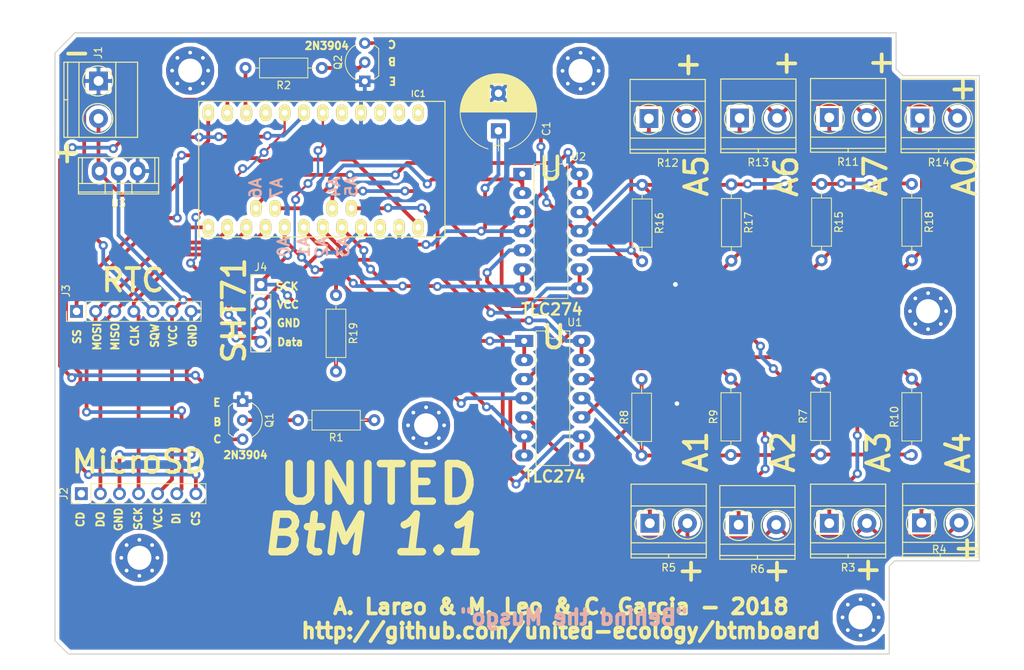
<source format=kicad_pcb>
(kicad_pcb (version 4) (host pcbnew 4.0.2+dfsg1-stable)
  (layers (0 F.Cu signal) (31 B.Cu signal) (34 B.Paste user) (35 F.Paste user) (36 B.SilkS user) (37 F.SilkS user) (38 B.Mask user) (39 F.Mask user) (44 Edge.Cuts user))
  (net 0 "")
  (net 1 A7_APM)
  (net 2 A6_APM)
  (net 3 "Net-(IC1-Pad1)")
  (net 4 "Net-(IC1-Pad2)")
  (net 5 "Net-(IC1-Pad3)")
  (net 6 GND)
  (net 7 "Net-(IC1-Pad5)")
  (net 8 3APM)
  (net 9 4APM)
  (net 10 5APM)
  (net 11 "Net-(IC1-Pad9)")
  (net 12 7APM)
  (net 13 8APM)
  (net 14 9APM)
  (net 15 10APM)
  (net 16 11APM)
  (net 17 12APM)
  (net 18 13APM)
  (net 19 A0_APM)
  (net 20 A1_APM)
  (net 21 A2_APM)
  (net 22 A3_APM)
  (net 23 +3V3)
  (net 24 "Net-(IC1-Pad22)")
  (net 25 RAW_Vcc)
  (net 26 A4_APM)
  (net 27 A5_APM)
  (net 28 "Net-(J2-Pad1)")
  (net 29 sht15_GND)
  (net 30 "Net-(Q1-Pad2)")
  (net 31 "Net-(Q2-Pad2)")
  (net 32 ON_GND)
  (net 33 "Net-(R3-Pad1)")
  (net 34 "Net-(R10-Pad2)")
  (net 35 "Net-(R5-Pad1)")
  (net 36 "Net-(R6-Pad1)")
  (net 37 "Net-(R11-Pad1)")
  (net 38 "Net-(R12-Pad1)")
  (net 39 "Net-(R13-Pad1)")
  (net 40 "Net-(R14-Pad1)")
  (module Mounting_Holes:MountingHole_3.2mm_M3_Pad_Via (layer F.Cu) (at 230.4288 147.0152)
    (fp_text reference "" (at 0 -4.2) (layer F.SilkS))
    (fp_text value MountingHole_3.2mm_M3_Pad_Via)
    (pad 1 thru_hole circle (at 0 0) (size 6.4 6.4) (drill 3.2) (layers *.Cu *.Mask))
    (pad 1 thru_hole circle (at 2.4 0) (size 0.8 0.8) (drill 0.5) (layers *.Cu *.Mask))
    (pad 1 thru_hole circle (at 1.697056 1.697056) (size 0.8 0.8) (drill 0.5) (layers *.Cu *.Mask))
    (pad 1 thru_hole circle (at 0 2.4) (size 0.8 0.8) (drill 0.5) (layers *.Cu *.Mask))
    (pad 1 thru_hole circle (at -1.697056 1.697056) (size 0.8 0.8) (drill 0.5) (layers *.Cu *.Mask))
    (pad 1 thru_hole circle (at -2.4 0) (size 0.8 0.8) (drill 0.5) (layers *.Cu *.Mask))
    (pad 1 thru_hole circle (at -1.697056 -1.697056) (size 0.8 0.8) (drill 0.5) (layers *.Cu *.Mask))
    (pad 1 thru_hole circle (at 0 -2.4) (size 0.8 0.8) (drill 0.5) (layers *.Cu *.Mask))
    (pad 1 thru_hole circle (at 1.697056 -1.697056) (size 0.8 0.8) (drill 0.5) (layers *.Cu *.Mask))
  )
  (module Socket_Strips:Socket_Strip_Straight_1x04_Pitch2.54mm (layer F.Cu) (at 150.622 102.743)
    (fp_text reference J4 (at 0 -2.33) (layer F.SilkS))
    (fp_text value SHT71)
    (pad 1 thru_hole rect (at 0 0) (size 1.7 1.7) (drill 1) (layers *.Cu *.Mask) (net 8 3APM))
    (pad 2 thru_hole oval (at 0 2.54) (size 1.7 1.7) (drill 1) (layers *.Cu *.Mask) (net 23 +3V3))
    (pad 3 thru_hole oval (at 0 5.08) (size 1.7 1.7) (drill 1) (layers *.Cu *.Mask) (net 29 sht15_GND))
    (pad 4 thru_hole oval (at 0 7.62) (size 1.7 1.7) (drill 1) (layers *.Cu *.Mask) (net 10 5APM))
  )
  (module mysensors_arduino:pro_mini (layer F.Cu) (at 157.607 87.503 180)
    (fp_text reference IC1 (at -13.97 10.16 180) (layer F.SilkS) (effects (font (size 0.8 0.8) (thickness 0.16))))
    (fp_text value ArduinoProMini hide)
    (pad 28 thru_hole oval (at 5.08 -5.08 180) (size 1.50114 2.19964) (drill 0.8001) (layers *.Cu *.Mask F.SilkS) (net 1 A7_APM))
    (pad 27 thru_hole oval (at 7.62 -5.08 180) (size 1.50114 2.19964) (drill 0.8001) (layers *.Cu *.Mask F.SilkS) (net 2 A6_APM))
    (pad 1 thru_hole oval (at -13.97 7.62 180) (size 1.50114 2.19964) (drill 0.8001) (layers *.Cu *.Mask F.SilkS) (net 3 "Net-(IC1-Pad1)"))
    (pad 2 thru_hole oval (at -11.43 7.62 180) (size 1.50114 2.19964) (drill 0.8001) (layers *.Cu *.Mask F.SilkS) (net 4 "Net-(IC1-Pad2)"))
    (pad 3 thru_hole oval (at -8.89 7.62 180) (size 1.50114 2.19964) (drill 0.8001) (layers *.Cu *.Mask F.SilkS) (net 5 "Net-(IC1-Pad3)"))
    (pad 4 thru_hole oval (at -6.35 7.62 180) (size 1.50114 2.19964) (drill 0.8001) (layers *.Cu *.Mask F.SilkS) (net 6 GND))
    (pad 5 thru_hole oval (at -3.81 7.62 180) (size 1.50114 2.19964) (drill 0.8001) (layers *.Cu *.Mask F.SilkS) (net 7 "Net-(IC1-Pad5)"))
    (pad 6 thru_hole oval (at -1.27 7.62 180) (size 1.50114 2.19964) (drill 0.8001) (layers *.Cu *.Mask F.SilkS) (net 8 3APM))
    (pad 7 thru_hole oval (at 1.27 7.62 180) (size 1.50114 2.19964) (drill 0.8001) (layers *.Cu *.Mask F.SilkS) (net 9 4APM))
    (pad 8 thru_hole oval (at 3.81 7.62 180) (size 1.50114 2.19964) (drill 0.8001) (layers *.Cu *.Mask F.SilkS) (net 10 5APM))
    (pad 9 thru_hole oval (at 6.35 7.62 180) (size 1.50114 2.19964) (drill 0.8001) (layers *.Cu *.Mask F.SilkS) (net 11 "Net-(IC1-Pad9)"))
    (pad 10 thru_hole oval (at 8.89 7.62 180) (size 1.50114 2.19964) (drill 0.8001) (layers *.Cu *.Mask F.SilkS) (net 12 7APM))
    (pad 11 thru_hole oval (at 11.43 7.62 180) (size 1.50114 2.19964) (drill 0.8001) (layers *.Cu *.Mask F.SilkS) (net 13 8APM))
    (pad 12 thru_hole oval (at 13.97 7.62 180) (size 1.50114 2.19964) (drill 0.8001) (layers *.Cu *.Mask F.SilkS) (net 14 9APM))
    (pad 13 thru_hole oval (at 13.97 -7.62 180) (size 1.50114 2.19964) (drill 0.8001) (layers *.Cu *.Mask F.SilkS) (net 15 10APM))
    (pad 14 thru_hole oval (at 11.43 -7.62 180) (size 1.50114 2.19964) (drill 0.8001) (layers *.Cu *.Mask F.SilkS) (net 16 11APM))
    (pad 15 thru_hole oval (at 8.89 -7.62 180) (size 1.50114 2.19964) (drill 0.8001) (layers *.Cu *.Mask F.SilkS) (net 17 12APM))
    (pad 16 thru_hole oval (at 6.35 -7.62 180) (size 1.50114 2.19964) (drill 0.8001) (layers *.Cu *.Mask F.SilkS) (net 18 13APM))
    (pad 17 thru_hole oval (at 3.81 -7.62 180) (size 1.50114 2.19964) (drill 0.8001) (layers *.Cu *.Mask F.SilkS) (net 19 A0_APM))
    (pad 18 thru_hole oval (at 1.27 -7.62 180) (size 1.50114 2.19964) (drill 0.8001) (layers *.Cu *.Mask F.SilkS) (net 20 A1_APM))
    (pad 19 thru_hole oval (at -1.27 -7.62 180) (size 1.50114 2.19964) (drill 0.8001) (layers *.Cu *.Mask F.SilkS) (net 21 A2_APM))
    (pad 20 thru_hole oval (at -3.81 -7.62 180) (size 1.50114 2.19964) (drill 0.8001) (layers *.Cu *.Mask F.SilkS) (net 22 A3_APM))
    (pad 21 thru_hole oval (at -6.35 -7.62 180) (size 1.50114 2.19964) (drill 0.8001) (layers *.Cu *.Mask F.SilkS) (net 23 +3V3))
    (pad 22 thru_hole oval (at -8.89 -7.62 180) (size 1.50114 2.19964) (drill 0.8001) (layers *.Cu *.Mask F.SilkS) (net 24 "Net-(IC1-Pad22)"))
    (pad 23 thru_hole oval (at -11.43 -7.62 180) (size 1.50114 2.19964) (drill 0.8001) (layers *.Cu *.Mask F.SilkS) (net 6 GND))
    (pad 24 thru_hole oval (at -13.97 -7.62 180) (size 1.50114 2.19964) (drill 0.8001) (layers *.Cu *.Mask F.SilkS) (net 25 RAW_Vcc))
    (pad 25 thru_hole oval (at -2.54 -5.08 180) (size 1.50114 2.19964) (drill 0.8001) (layers *.Cu *.Mask F.SilkS) (net 26 A4_APM))
    (pad 26 thru_hole oval (at -5.08 -5.08 180) (size 1.50114 2.19964) (drill 0.8001) (layers *.Cu *.Mask F.SilkS) (net 27 A5_APM))
  )
  (module Mounting_Holes:MountingHole_3.2mm_M3_Pad_Via (layer F.Cu) (at 172.6184 121.4628)
    (fp_text reference "" (at 0 -4.2) (layer F.SilkS))
    (fp_text value MountingHole_3.2mm_M3_Pad_Via)
    (pad 1 thru_hole circle (at 0 0) (size 6.4 6.4) (drill 3.2) (layers *.Cu *.Mask))
    (pad 1 thru_hole circle (at 2.4 0) (size 0.8 0.8) (drill 0.5) (layers *.Cu *.Mask))
    (pad 1 thru_hole circle (at 1.697056 1.697056) (size 0.8 0.8) (drill 0.5) (layers *.Cu *.Mask))
    (pad 1 thru_hole circle (at 0 2.4) (size 0.8 0.8) (drill 0.5) (layers *.Cu *.Mask))
    (pad 1 thru_hole circle (at -1.697056 1.697056) (size 0.8 0.8) (drill 0.5) (layers *.Cu *.Mask))
    (pad 1 thru_hole circle (at -2.4 0) (size 0.8 0.8) (drill 0.5) (layers *.Cu *.Mask))
    (pad 1 thru_hole circle (at -1.697056 -1.697056) (size 0.8 0.8) (drill 0.5) (layers *.Cu *.Mask))
    (pad 1 thru_hole circle (at 0 -2.4) (size 0.8 0.8) (drill 0.5) (layers *.Cu *.Mask))
    (pad 1 thru_hole circle (at 1.697056 -1.697056) (size 0.8 0.8) (drill 0.5) (layers *.Cu *.Mask))
  )
  (module Mounting_Holes:MountingHole_3.2mm_M3_Pad_Via (layer F.Cu) (at 239.408 106.2736)
    (fp_text reference "" (at 0 -4.2) (layer F.SilkS))
    (fp_text value MountingHole_3.2mm_M3_Pad_Via)
    (pad 1 thru_hole circle (at 0 0) (size 6.4 6.4) (drill 3.2) (layers *.Cu *.Mask))
    (pad 1 thru_hole circle (at 2.4 0) (size 0.8 0.8) (drill 0.5) (layers *.Cu *.Mask))
    (pad 1 thru_hole circle (at 1.697056 1.697056) (size 0.8 0.8) (drill 0.5) (layers *.Cu *.Mask))
    (pad 1 thru_hole circle (at 0 2.4) (size 0.8 0.8) (drill 0.5) (layers *.Cu *.Mask))
    (pad 1 thru_hole circle (at -1.697056 1.697056) (size 0.8 0.8) (drill 0.5) (layers *.Cu *.Mask))
    (pad 1 thru_hole circle (at -2.4 0) (size 0.8 0.8) (drill 0.5) (layers *.Cu *.Mask))
    (pad 1 thru_hole circle (at -1.697056 -1.697056) (size 0.8 0.8) (drill 0.5) (layers *.Cu *.Mask))
    (pad 1 thru_hole circle (at 0 -2.4) (size 0.8 0.8) (drill 0.5) (layers *.Cu *.Mask))
    (pad 1 thru_hole circle (at 1.697056 -1.697056) (size 0.8 0.8) (drill 0.5) (layers *.Cu *.Mask))
  )
  (module Mounting_Holes:MountingHole_3.2mm_M3_Pad_Via (layer F.Cu) (at 193.171744 74.299744)
    (fp_text reference "" (at 0 -4.2) (layer F.SilkS))
    (fp_text value MountingHole_3.2mm_M3_Pad_Via)
    (pad 1 thru_hole circle (at 0 0) (size 6.4 6.4) (drill 3.2) (layers *.Cu *.Mask))
    (pad 1 thru_hole circle (at 2.4 0) (size 0.8 0.8) (drill 0.5) (layers *.Cu *.Mask))
    (pad 1 thru_hole circle (at 1.697056 1.697056) (size 0.8 0.8) (drill 0.5) (layers *.Cu *.Mask))
    (pad 1 thru_hole circle (at 0 2.4) (size 0.8 0.8) (drill 0.5) (layers *.Cu *.Mask))
    (pad 1 thru_hole circle (at -1.697056 1.697056) (size 0.8 0.8) (drill 0.5) (layers *.Cu *.Mask))
    (pad 1 thru_hole circle (at -2.4 0) (size 0.8 0.8) (drill 0.5) (layers *.Cu *.Mask))
    (pad 1 thru_hole circle (at -1.697056 -1.697056) (size 0.8 0.8) (drill 0.5) (layers *.Cu *.Mask))
    (pad 1 thru_hole circle (at 0 -2.4) (size 0.8 0.8) (drill 0.5) (layers *.Cu *.Mask))
    (pad 1 thru_hole circle (at 1.697056 -1.697056) (size 0.8 0.8) (drill 0.5) (layers *.Cu *.Mask))
  )
  (module Mounting_Holes:MountingHole_3.2mm_M3_Pad_Via (layer F.Cu) (at 134.4676 139.0904)
    (fp_text reference REF** hide)
    (fp_text value MountingHole_3.2mm_M3_Pad_Via)
    (pad 1 thru_hole circle (at 0 0) (size 6.4 6.4) (drill 3.2) (layers *.Cu *.Mask))
    (pad 1 thru_hole circle (at 2.4 0) (size 0.8 0.8) (drill 0.5) (layers *.Cu *.Mask))
    (pad 1 thru_hole circle (at 1.697056 1.697056) (size 0.8 0.8) (drill 0.5) (layers *.Cu *.Mask))
    (pad 1 thru_hole circle (at 0 2.4) (size 0.8 0.8) (drill 0.5) (layers *.Cu *.Mask))
    (pad 1 thru_hole circle (at -1.697056 1.697056) (size 0.8 0.8) (drill 0.5) (layers *.Cu *.Mask))
    (pad 1 thru_hole circle (at -2.4 0) (size 0.8 0.8) (drill 0.5) (layers *.Cu *.Mask))
    (pad 1 thru_hole circle (at -1.697056 -1.697056) (size 0.8 0.8) (drill 0.5) (layers *.Cu *.Mask))
    (pad 1 thru_hole circle (at 0 -2.4) (size 0.8 0.8) (drill 0.5) (layers *.Cu *.Mask))
    (pad 1 thru_hole circle (at 1.697056 -1.697056) (size 0.8 0.8) (drill 0.5) (layers *.Cu *.Mask))
  )
  (module TerminalBlocks_Phoenix:TerminalBlock_Phoenix_MKDS1.5-2pol (layer F.Cu) (at 129.032 75.645 270)
    (fp_text reference J1 (at -3.763 0.0508 270) (layer F.SilkS))
    (fp_text value Power)
    (pad 1 thru_hole rect (at 0 0 270) (size 2.5 2.5) (drill 1.3) (layers *.Cu *.Mask) (net 6 GND))
    (pad 2 thru_hole circle (at 5 0 270) (size 2.5 2.5) (drill 1.3) (layers *.Cu *.Mask) (net 25 RAW_Vcc))
  )
  (module Socket_Strips:Socket_Strip_Straight_1x07_Pitch2.54mm (layer F.Cu) (at 126.746 130.556 90)
    (fp_text reference J2 (at 0 -2.33 90) (layer F.SilkS))
    (fp_text value microSD)
    (pad 1 thru_hole rect (at 0 0 90) (size 1.7 1.7) (drill 1) (layers *.Cu *.Mask) (net 28 "Net-(J2-Pad1)"))
    (pad 2 thru_hole oval (at 0 2.54 90) (size 1.7 1.7) (drill 1) (layers *.Cu *.Mask) (net 17 12APM))
    (pad 3 thru_hole oval (at 0 5.08 90) (size 1.7 1.7) (drill 1) (layers *.Cu *.Mask) (net 29 sht15_GND))
    (pad 4 thru_hole oval (at 0 7.62 90) (size 1.7 1.7) (drill 1) (layers *.Cu *.Mask) (net 18 13APM))
    (pad 5 thru_hole oval (at 0 10.16 90) (size 1.7 1.7) (drill 1) (layers *.Cu *.Mask) (net 23 +3V3))
    (pad 6 thru_hole oval (at 0 12.7 90) (size 1.7 1.7) (drill 1) (layers *.Cu *.Mask) (net 16 11APM))
    (pad 7 thru_hole oval (at 0 15.24 90) (size 1.7 1.7) (drill 1) (layers *.Cu *.Mask) (net 14 9APM))
  )
  (module Socket_Strips:Socket_Strip_Straight_1x07_Pitch2.54mm (layer F.Cu) (at 126.111 106.299 90)
    (fp_text reference J3 (at 2.7178 -1.397 90) (layer F.SilkS))
    (fp_text value RTC)
    (pad 1 thru_hole rect (at 0 0 90) (size 1.7 1.7) (drill 1) (layers *.Cu *.Mask) (net 15 10APM))
    (pad 2 thru_hole oval (at 0 2.54 90) (size 1.7 1.7) (drill 1) (layers *.Cu *.Mask) (net 16 11APM))
    (pad 3 thru_hole oval (at 0 5.08 90) (size 1.7 1.7) (drill 1) (layers *.Cu *.Mask) (net 17 12APM))
    (pad 4 thru_hole oval (at 0 7.62 90) (size 1.7 1.7) (drill 1) (layers *.Cu *.Mask) (net 18 13APM))
    (pad 5 thru_hole oval (at 0 10.16 90) (size 1.7 1.7) (drill 1) (layers *.Cu *.Mask) (net 13 8APM))
    (pad 6 thru_hole oval (at 0 12.7 90) (size 1.7 1.7) (drill 1) (layers *.Cu *.Mask) (net 23 +3V3))
    (pad 7 thru_hole oval (at 0 15.24 90) (size 1.7 1.7) (drill 1) (layers *.Cu *.Mask) (net 6 GND))
  )
  (module TO_SOT_Packages_THT:TO-92_Inline_Wide (layer F.Cu) (at 148.209 118.237 270)
    (fp_text reference Q1 (at 2.54 -3.56 450) (layer F.SilkS))
    (fp_text value 2N3904)
    (pad 2 thru_hole circle (at 2.54 0) (size 1.52 1.52) (drill 0.8) (layers *.Cu *.Mask) (net 30 "Net-(Q1-Pad2)"))
    (pad 3 thru_hole circle (at 5.08 0) (size 1.52 1.52) (drill 0.8) (layers *.Cu *.Mask) (net 29 sht15_GND))
    (pad 1 thru_hole rect (at 0 0) (size 1.52 1.52) (drill 0.8) (layers *.Cu *.Mask) (net 6 GND))
  )
  (module TO_SOT_Packages_THT:TO-92_Inline_Wide (layer F.Cu) (at 164.465 75.692 90)
    (fp_text reference Q2 (at 2.54 -3.56 270) (layer F.SilkS))
    (fp_text value 2N3904)
    (pad 2 thru_hole circle (at 2.54 0 180) (size 1.52 1.52) (drill 0.8) (layers *.Cu *.Mask) (net 31 "Net-(Q2-Pad2)"))
    (pad 3 thru_hole circle (at 5.08 0 180) (size 1.52 1.52) (drill 0.8) (layers *.Cu *.Mask) (net 32 ON_GND))
    (pad 1 thru_hole rect (at 0 0 180) (size 1.52 1.52) (drill 0.8) (layers *.Cu *.Mask) (net 6 GND))
  )
  (module Resistors_THT:R_Axial_DIN0207_L6.3mm_D2.5mm_P10.16mm_Horizontal (layer F.Cu) (at 165.735 120.777 180)
    (fp_text reference R1 (at 5.08 -2.31 180) (layer F.SilkS))
    (fp_text value 330)
    (pad 1 thru_hole circle (at 0 0 180) (size 1.6 1.6) (drill 0.8) (layers *.Cu *.Mask) (net 9 4APM))
    (pad 2 thru_hole oval (at 10.16 0 180) (size 1.6 1.6) (drill 0.8) (layers *.Cu *.Mask) (net 30 "Net-(Q1-Pad2)"))
  )
  (module Resistors_THT:R_Axial_DIN0207_L6.3mm_D2.5mm_P10.16mm_Horizontal (layer F.Cu) (at 158.75 73.914 180)
    (fp_text reference R2 (at 5.08 -2.31 180) (layer F.SilkS))
    (fp_text value R)
    (pad 1 thru_hole circle (at 0 0 180) (size 1.6 1.6) (drill 0.8) (layers *.Cu *.Mask) (net 31 "Net-(Q2-Pad2)"))
    (pad 2 thru_hole oval (at 10.16 0 180) (size 1.6 1.6) (drill 0.8) (layers *.Cu *.Mask) (net 12 7APM))
  )
  (module TerminalBlocks_Phoenix:TerminalBlock_Phoenix_MKDS1.5-2pol (layer F.Cu) (at 226.267 134.493)
    (fp_text reference R3 (at 2.5 5.9) (layer F.SilkS))
    (fp_text value Musgo3)
    (pad 1 thru_hole rect (at 0 0) (size 2.5 2.5) (drill 1.3) (layers *.Cu *.Mask) (net 33 "Net-(R3-Pad1)"))
    (pad 2 thru_hole circle (at 5 0) (size 2.5 2.5) (drill 1.3) (layers *.Cu *.Mask) (net 23 +3V3))
  )
  (module TerminalBlocks_Phoenix:TerminalBlock_Phoenix_MKDS1.5-2pol (layer F.Cu) (at 238.5225 134.4295)
    (fp_text reference R4 (at 2.3711 3.5433) (layer F.SilkS))
    (fp_text value Musgo4)
    (pad 1 thru_hole rect (at 0 0) (size 2.5 2.5) (drill 1.3) (layers *.Cu *.Mask) (net 34 "Net-(R10-Pad2)"))
    (pad 2 thru_hole circle (at 5 0) (size 2.5 2.5) (drill 1.3) (layers *.Cu *.Mask) (net 23 +3V3))
  )
  (module TerminalBlocks_Phoenix:TerminalBlock_Phoenix_MKDS1.5-2pol (layer F.Cu) (at 202.391 134.493)
    (fp_text reference R5 (at 2.5 5.9) (layer F.SilkS))
    (fp_text value Musgo1)
    (pad 1 thru_hole rect (at 0 0) (size 2.5 2.5) (drill 1.3) (layers *.Cu *.Mask) (net 35 "Net-(R5-Pad1)"))
    (pad 2 thru_hole circle (at 5 0) (size 2.5 2.5) (drill 1.3) (layers *.Cu *.Mask) (net 23 +3V3))
  )
  (module TerminalBlocks_Phoenix:TerminalBlock_Phoenix_MKDS1.5-2pol (layer F.Cu) (at 214.202 134.6835)
    (fp_text reference R6 (at 2.5 5.9) (layer F.SilkS))
    (fp_text value Musgo2)
    (pad 1 thru_hole rect (at 0 0) (size 2.5 2.5) (drill 1.3) (layers *.Cu *.Mask) (net 36 "Net-(R6-Pad1)"))
    (pad 2 thru_hole circle (at 5 0) (size 2.5 2.5) (drill 1.3) (layers *.Cu *.Mask) (net 23 +3V3))
  )
  (module Resistors_THT:R_Axial_DIN0207_L6.3mm_D2.5mm_P10.16mm_Horizontal (layer F.Cu) (at 225.1075 125.349 90)
    (fp_text reference R7 (at 5.08 -2.31 90) (layer F.SilkS))
    (fp_text value R)
    (pad 1 thru_hole circle (at 0 0 90) (size 1.6 1.6) (drill 0.8) (layers *.Cu *.Mask) (net 32 ON_GND))
    (pad 2 thru_hole oval (at 10.16 0 90) (size 1.6 1.6) (drill 0.8) (layers *.Cu *.Mask) (net 33 "Net-(R3-Pad1)"))
  )
  (module Resistors_THT:R_Axial_DIN0207_L6.3mm_D2.5mm_P10.16mm_Horizontal (layer F.Cu) (at 201.295 125.476 90)
    (fp_text reference R8 (at 5.08 -2.31 90) (layer F.SilkS))
    (fp_text value R)
    (pad 1 thru_hole circle (at 0 0 90) (size 1.6 1.6) (drill 0.8) (layers *.Cu *.Mask) (net 32 ON_GND))
    (pad 2 thru_hole oval (at 10.16 0 90) (size 1.6 1.6) (drill 0.8) (layers *.Cu *.Mask) (net 35 "Net-(R5-Pad1)"))
  )
  (module Resistors_THT:R_Axial_DIN0207_L6.3mm_D2.5mm_P10.16mm_Horizontal (layer F.Cu) (at 213.1695 125.4125 90)
    (fp_text reference R9 (at 5.08 -2.31 90) (layer F.SilkS))
    (fp_text value R)
    (pad 1 thru_hole circle (at 0 0 90) (size 1.6 1.6) (drill 0.8) (layers *.Cu *.Mask) (net 32 ON_GND))
    (pad 2 thru_hole oval (at 10.16 0 90) (size 1.6 1.6) (drill 0.8) (layers *.Cu *.Mask) (net 36 "Net-(R6-Pad1)"))
  )
  (module Resistors_THT:R_Axial_DIN0207_L6.3mm_D2.5mm_P10.16mm_Horizontal (layer F.Cu) (at 237.236 125.4125 90)
    (fp_text reference R10 (at 5.08 -2.31 90) (layer F.SilkS))
    (fp_text value R)
    (pad 1 thru_hole circle (at 0 0 90) (size 1.6 1.6) (drill 0.8) (layers *.Cu *.Mask) (net 32 ON_GND))
    (pad 2 thru_hole oval (at 10.16 0 90) (size 1.6 1.6) (drill 0.8) (layers *.Cu *.Mask) (net 34 "Net-(R10-Pad2)"))
  )
  (module TerminalBlocks_Phoenix:TerminalBlock_Phoenix_MKDS1.5-2pol (layer F.Cu) (at 226.267 80.518)
    (fp_text reference R11 (at 2.5 5.9) (layer F.SilkS))
    (fp_text value Musgo7)
    (pad 1 thru_hole rect (at 0 0) (size 2.5 2.5) (drill 1.3) (layers *.Cu *.Mask) (net 37 "Net-(R11-Pad1)"))
    (pad 2 thru_hole circle (at 5 0) (size 2.5 2.5) (drill 1.3) (layers *.Cu *.Mask) (net 23 +3V3))
  )
  (module TerminalBlocks_Phoenix:TerminalBlock_Phoenix_MKDS1.5-2pol (layer F.Cu) (at 202.264 80.645)
    (fp_text reference R12 (at 2.5 5.9) (layer F.SilkS))
    (fp_text value Musgo5)
    (pad 1 thru_hole rect (at 0 0) (size 2.5 2.5) (drill 1.3) (layers *.Cu *.Mask) (net 38 "Net-(R12-Pad1)"))
    (pad 2 thru_hole circle (at 5 0) (size 2.5 2.5) (drill 1.3) (layers *.Cu *.Mask) (net 23 +3V3))
  )
  (module TerminalBlocks_Phoenix:TerminalBlock_Phoenix_MKDS1.5-2pol (layer F.Cu) (at 214.329 80.5815)
    (fp_text reference R13 (at 2.5 5.9) (layer F.SilkS))
    (fp_text value Musgo6)
    (pad 1 thru_hole rect (at 0 0) (size 2.5 2.5) (drill 1.3) (layers *.Cu *.Mask) (net 39 "Net-(R13-Pad1)"))
    (pad 2 thru_hole circle (at 5 0) (size 2.5 2.5) (drill 1.3) (layers *.Cu *.Mask) (net 23 +3V3))
  )
  (module TerminalBlocks_Phoenix:TerminalBlock_Phoenix_MKDS1.5-2pol (layer F.Cu) (at 238.3155 80.5815)
    (fp_text reference R14 (at 2.5 5.9) (layer F.SilkS))
    (fp_text value Musgo0)
    (pad 1 thru_hole rect (at 0 0) (size 2.5 2.5) (drill 1.3) (layers *.Cu *.Mask) (net 40 "Net-(R14-Pad1)"))
    (pad 2 thru_hole circle (at 5 0) (size 2.5 2.5) (drill 1.3) (layers *.Cu *.Mask) (net 23 +3V3))
  )
  (module Resistors_THT:R_Axial_DIN0207_L6.3mm_D2.5mm_P10.16mm_Horizontal (layer F.Cu) (at 225.2345 89.3445 270)
    (fp_text reference R15 (at 5.08 -2.31 270) (layer F.SilkS))
    (fp_text value R)
    (pad 1 thru_hole circle (at 0 0 270) (size 1.6 1.6) (drill 0.8) (layers *.Cu *.Mask) (net 32 ON_GND))
    (pad 2 thru_hole oval (at 10.16 0 270) (size 1.6 1.6) (drill 0.8) (layers *.Cu *.Mask) (net 37 "Net-(R11-Pad1)"))
  )
  (module Resistors_THT:R_Axial_DIN0207_L6.3mm_D2.5mm_P10.16mm_Horizontal (layer F.Cu) (at 201.3585 89.4715 270)
    (fp_text reference R16 (at 5.08 -2.31 270) (layer F.SilkS))
    (fp_text value R)
    (pad 1 thru_hole circle (at 0 0 270) (size 1.6 1.6) (drill 0.8) (layers *.Cu *.Mask) (net 32 ON_GND))
    (pad 2 thru_hole oval (at 10.16 0 270) (size 1.6 1.6) (drill 0.8) (layers *.Cu *.Mask) (net 38 "Net-(R12-Pad1)"))
  )
  (module Resistors_THT:R_Axial_DIN0207_L6.3mm_D2.5mm_P10.16mm_Horizontal (layer F.Cu) (at 213.233 89.408 270)
    (fp_text reference R17 (at 5.08 -2.31 270) (layer F.SilkS))
    (fp_text value R)
    (pad 1 thru_hole circle (at 0 0 270) (size 1.6 1.6) (drill 0.8) (layers *.Cu *.Mask) (net 32 ON_GND))
    (pad 2 thru_hole oval (at 10.16 0 270) (size 1.6 1.6) (drill 0.8) (layers *.Cu *.Mask) (net 39 "Net-(R13-Pad1)"))
  )
  (module Resistors_THT:R_Axial_DIN0207_L6.3mm_D2.5mm_P10.16mm_Horizontal (layer F.Cu) (at 237.236 89.3445 270)
    (fp_text reference R18 (at 5.08 -2.31 270) (layer F.SilkS))
    (fp_text value R)
    (pad 1 thru_hole circle (at 0 0 270) (size 1.6 1.6) (drill 0.8) (layers *.Cu *.Mask) (net 32 ON_GND))
    (pad 2 thru_hole oval (at 10.16 0 270) (size 1.6 1.6) (drill 0.8) (layers *.Cu *.Mask) (net 40 "Net-(R14-Pad1)"))
  )
  (module Housings_DIP:DIP-14_W7.62mm_LongPads (layer F.Cu) (at 185.674 110.236)
    (fp_text reference U1 (at 6.731 -2.4765) (layer F.SilkS))
    (fp_text value TLC274)
    (pad 1 thru_hole rect (at 0 0) (size 2.4 1.6) (drill 0.8) (layers *.Cu *.Mask) (net 22 A3_APM))
    (pad 8 thru_hole oval (at 7.62 15.24) (size 2.4 1.6) (drill 0.8) (layers *.Cu *.Mask) (net 21 A2_APM))
    (pad 2 thru_hole oval (at 0 2.54) (size 2.4 1.6) (drill 0.8) (layers *.Cu *.Mask) (net 22 A3_APM))
    (pad 9 thru_hole oval (at 7.62 12.7) (size 2.4 1.6) (drill 0.8) (layers *.Cu *.Mask) (net 21 A2_APM))
    (pad 3 thru_hole oval (at 0 5.08) (size 2.4 1.6) (drill 0.8) (layers *.Cu *.Mask) (net 33 "Net-(R3-Pad1)"))
    (pad 10 thru_hole oval (at 7.62 10.16) (size 2.4 1.6) (drill 0.8) (layers *.Cu *.Mask) (net 36 "Net-(R6-Pad1)"))
    (pad 4 thru_hole oval (at 0 7.62) (size 2.4 1.6) (drill 0.8) (layers *.Cu *.Mask) (net 23 +3V3))
    (pad 11 thru_hole oval (at 7.62 7.62) (size 2.4 1.6) (drill 0.8) (layers *.Cu *.Mask) (net 32 ON_GND))
    (pad 5 thru_hole oval (at 0 10.16) (size 2.4 1.6) (drill 0.8) (layers *.Cu *.Mask) (net 35 "Net-(R5-Pad1)"))
    (pad 12 thru_hole oval (at 7.62 5.08) (size 2.4 1.6) (drill 0.8) (layers *.Cu *.Mask) (net 34 "Net-(R10-Pad2)"))
    (pad 6 thru_hole oval (at 0 12.7) (size 2.4 1.6) (drill 0.8) (layers *.Cu *.Mask) (net 20 A1_APM))
    (pad 13 thru_hole oval (at 7.62 2.54) (size 2.4 1.6) (drill 0.8) (layers *.Cu *.Mask) (net 26 A4_APM))
    (pad 7 thru_hole oval (at 0 15.24) (size 2.4 1.6) (drill 0.8) (layers *.Cu *.Mask) (net 20 A1_APM))
    (pad 14 thru_hole oval (at 7.62 0) (size 2.4 1.6) (drill 0.8) (layers *.Cu *.Mask) (net 26 A4_APM))
  )
  (module Housings_DIP:DIP-14_W7.62mm_LongPads (layer F.Cu) (at 185.42 88.011)
    (fp_text reference U2 (at 7.493 -2.286) (layer F.SilkS))
    (fp_text value TLC274)
    (pad 1 thru_hole rect (at 0 0) (size 2.4 1.6) (drill 0.8) (layers *.Cu *.Mask) (net 1 A7_APM))
    (pad 8 thru_hole oval (at 7.62 15.24) (size 2.4 1.6) (drill 0.8) (layers *.Cu *.Mask) (net 27 A5_APM))
    (pad 2 thru_hole oval (at 0 2.54) (size 2.4 1.6) (drill 0.8) (layers *.Cu *.Mask) (net 1 A7_APM))
    (pad 9 thru_hole oval (at 7.62 12.7) (size 2.4 1.6) (drill 0.8) (layers *.Cu *.Mask) (net 27 A5_APM))
    (pad 3 thru_hole oval (at 0 5.08) (size 2.4 1.6) (drill 0.8) (layers *.Cu *.Mask) (net 37 "Net-(R11-Pad1)"))
    (pad 10 thru_hole oval (at 7.62 10.16) (size 2.4 1.6) (drill 0.8) (layers *.Cu *.Mask) (net 38 "Net-(R12-Pad1)"))
    (pad 4 thru_hole oval (at 0 7.62) (size 2.4 1.6) (drill 0.8) (layers *.Cu *.Mask) (net 23 +3V3))
    (pad 11 thru_hole oval (at 7.62 7.62) (size 2.4 1.6) (drill 0.8) (layers *.Cu *.Mask) (net 32 ON_GND))
    (pad 5 thru_hole oval (at 0 10.16) (size 2.4 1.6) (drill 0.8) (layers *.Cu *.Mask) (net 40 "Net-(R14-Pad1)"))
    (pad 12 thru_hole oval (at 7.62 5.08) (size 2.4 1.6) (drill 0.8) (layers *.Cu *.Mask) (net 39 "Net-(R13-Pad1)"))
    (pad 6 thru_hole oval (at 0 12.7) (size 2.4 1.6) (drill 0.8) (layers *.Cu *.Mask) (net 19 A0_APM))
    (pad 13 thru_hole oval (at 7.62 2.54) (size 2.4 1.6) (drill 0.8) (layers *.Cu *.Mask) (net 2 A6_APM))
    (pad 7 thru_hole oval (at 0 15.24) (size 2.4 1.6) (drill 0.8) (layers *.Cu *.Mask) (net 19 A0_APM))
    (pad 14 thru_hole oval (at 7.62 0) (size 2.4 1.6) (drill 0.8) (layers *.Cu *.Mask) (net 2 A6_APM))
  )
  (module Power_Integrations:TO-220 (layer F.Cu) (at 131.699 87.63 180)
    (fp_text reference U3 (at 0 -4.318 180) (layer F.SilkS))
    (fp_text value LM1117-3.3)
    (pad 2 thru_hole oval (at 0 0 180) (size 2.032 2.54) (drill 1.143) (layers *.Cu *.Mask) (net 23 +3V3))
    (pad 3 thru_hole oval (at 2.54 0 180) (size 2.032 2.54) (drill 1.143) (layers *.Cu *.Mask) (net 25 RAW_Vcc))
    (pad 1 thru_hole oval (at -2.54 0 180) (size 2.032 2.54) (drill 1.143) (layers *.Cu *.Mask) (net 6 GND))
  )
  (module Mounting_Holes:MountingHole_3.2mm_M3_Pad_Via (layer F.Cu) (at 141.224 74.2696)
    (fp_text reference "" hide)
    (fp_text value MountingHole_3.2mm_M3_Pad_Via)
    (pad 1 thru_hole circle (at 0 0) (size 6.4 6.4) (drill 3.2) (layers *.Cu *.Mask))
    (pad 1 thru_hole circle (at 2.4 0) (size 0.8 0.8) (drill 0.5) (layers *.Cu *.Mask))
    (pad 1 thru_hole circle (at 1.697056 1.697056) (size 0.8 0.8) (drill 0.5) (layers *.Cu *.Mask))
    (pad 1 thru_hole circle (at 0 2.4) (size 0.8 0.8) (drill 0.5) (layers *.Cu *.Mask))
    (pad 1 thru_hole circle (at -1.697056 1.697056) (size 0.8 0.8) (drill 0.5) (layers *.Cu *.Mask))
    (pad 1 thru_hole circle (at -2.4 0) (size 0.8 0.8) (drill 0.5) (layers *.Cu *.Mask))
    (pad 1 thru_hole circle (at -1.697056 -1.697056) (size 0.8 0.8) (drill 0.5) (layers *.Cu *.Mask))
    (pad 1 thru_hole circle (at 0 -2.4) (size 0.8 0.8) (drill 0.5) (layers *.Cu *.Mask))
    (pad 1 thru_hole circle (at 1.697056 -1.697056) (size 0.8 0.8) (drill 0.5) (layers *.Cu *.Mask))
  )
  (module Capacitors_THT:CP_Radial_D10.0mm_P5.00mm (layer F.Cu) (at 182.245 82.2795 90)
    (fp_text reference C1 (at 0.2883 6.3754 90) (layer F.SilkS))
    (fp_text value CP)
    (pad 1 thru_hole rect (at 0 0 90) (size 2 2) (drill 1) (layers *.Cu *.Mask) (net 23 +3V3))
    (pad 2 thru_hole circle (at 5 0 90) (size 2 2) (drill 1) (layers *.Cu *.Mask) (net 6 GND))
  )
  (module Resistors_THT:R_Axial_DIN0207_L6.3mm_D2.5mm_P10.16mm_Horizontal (layer F.Cu) (at 160.6296 104.14 270)
    (fp_text reference R19 (at 5.08 -2.31 270) (layer F.SilkS))
    (fp_text value 10k)
    (pad 1 thru_hole circle (at 0 0 270) (size 1.6 1.6) (drill 0.8) (layers *.Cu *.Mask) (net 23 +3V3))
    (pad 2 thru_hole oval (at 10.16 0 270) (size 1.6 1.6) (drill 0.8) (layers *.Cu *.Mask) (net 8 3APM))
  )
  (gr_line (start 236.0676 74.93) (end 235.1532 74.0664) (layer Edge.Cuts) (width 0.15))
  (gr_line (start 246.2276 74.93) (end 236.0676 74.93) (layer Edge.Cuts) (width 0.15))
  (gr_line (start 234.95 139.496979) (end 234.2388 140.208179) (layer Edge.Cuts) (width 0.15))
  (gr_line (start 246.2276 139.496979) (end 234.95 139.496979) (layer Edge.Cuts) (width 0.15))
  (gr_text A7 (at 232.41 88.265 90) (layer F.SilkS) (effects (font (size 3 3) (thickness 0.5))))
  (gr_text "BtM 1.1\n" (at 165.608 136.017) (layer F.SilkS) (effects (font (size 5 5) (thickness 1) italic)))
  (gr_text + (at 207.8736 140.6652) (layer F.SilkS) (effects (font (size 3 3) (thickness 0.5))))
  (gr_text + (at 219.3036 140.6652) (layer F.SilkS) (effects (font (size 3 3) (thickness 0.5))))
  (gr_text + (at 231.4448 140.5128) (layer F.SilkS) (effects (font (size 3 3) (thickness 0.5))))
  (gr_text + (at 244.602 137.668) (layer F.SilkS) (effects (font (size 3 3) (thickness 0.5))))
  (gr_text + (at 244.0432 76.5556) (layer F.SilkS) (effects (font (size 3 3) (thickness 0.5))))
  (gr_text + (at 233.2355 73.025) (layer F.SilkS) (effects (font (size 3 3) (thickness 0.5))))
  (gr_text + (at 220.599 73.0885) (layer F.SilkS) (effects (font (size 3 3) (thickness 0.5))))
  (gr_text + (at 207.518 73.279) (layer F.SilkS) (effects (font (size 3 3) (thickness 0.5))))
  (gr_text "A. Lareo & M. Leo & C. Garcia - 2018\nhttp://github.com/united-ecology/btmboard" (at 190.5635 147.193) (layer F.SilkS) (effects (font (size 2 2) (thickness 0.5))))
  (gr_text "\"Behind the Musgo\"" (at 192.278 147.0025) (layer B.SilkS) (effects (font (size 2 2) (thickness 0.5)) (justify mirror)))
  (gr_text "UNITED\n" (at 166.3065 129.286) (layer F.SilkS) (effects (font (size 5 5) (thickness 1))))
  (gr_text E (at 168.148 75.6285 180) (layer F.SilkS) (effects (font (size 1 1) (thickness 0.25))))
  (gr_text B (at 168.0845 73.025 180) (layer F.SilkS) (effects (font (size 1 1) (thickness 0.25))))
  (gr_text C (at 168.0845 70.739 180) (layer F.SilkS) (effects (font (size 1 1) (thickness 0.25))))
  (gr_text 2N3904 (at 159.4104 70.9676) (layer F.SilkS) (effects (font (size 1 1) (thickness 0.25))))
  (gr_text 2N3904 (at 148.59 125.4125) (layer F.SilkS) (effects (font (size 1 1) (thickness 0.25))))
  (gr_text C (at 144.8435 123.317) (layer F.SilkS) (effects (font (size 1 1) (thickness 0.25))))
  (gr_text B (at 144.8435 121.031) (layer F.SilkS) (effects (font (size 1 1) (thickness 0.25))))
  (gr_text E (at 144.78 118.4275) (layer F.SilkS) (effects (font (size 1 1) (thickness 0.25))))
  (gr_text TLC274 (at 189.738 128.27) (layer F.SilkS) (effects (font (size 1.5 1.5) (thickness 0.3))))
  (gr_text TLC274 (at 189.357 106.045) (layer F.SilkS) (effects (font (size 1.5 1.5) (thickness 0.3))))
  (gr_text U (at 189.611 109.728) (layer F.SilkS) (effects (font (size 3 3) (thickness 0.5))))
  (gr_text U (at 189.23 87.3125) (layer F.SilkS) (effects (font (size 3 3) (thickness 0.5))))
  (gr_text - (at 126.1364 71.7804) (layer F.SilkS) (effects (font (size 3 3) (thickness 0.5))))
  (gr_text + (at 124.8664 84.9884) (layer F.SilkS) (effects (font (size 3 3) (thickness 0.5))))
  (gr_text SS (at 126.1745 109.6645 90) (layer F.SilkS) (effects (font (size 1 1) (thickness 0.25))))
  (gr_text MOSI (at 128.8415 109.6645 90) (layer F.SilkS) (effects (font (size 1 1) (thickness 0.25))))
  (gr_text MISO (at 131.2545 109.6645 90) (layer F.SilkS) (effects (font (size 1 1) (thickness 0.25))))
  (gr_text CLK (at 133.858 109.5375 90) (layer F.SilkS) (effects (font (size 1 1) (thickness 0.25))))
  (gr_text SQW (at 136.525 109.5375 90) (layer F.SilkS) (effects (font (size 1 1) (thickness 0.25))))
  (gr_text VCC (at 138.938 109.5375 90) (layer F.SilkS) (effects (font (size 1 1) (thickness 0.25))))
  (gr_text GND (at 141.5415 109.5375 90) (layer F.SilkS) (effects (font (size 1 1) (thickness 0.25))))
  (gr_text CS (at 141.986 133.858 90) (layer F.SilkS) (effects (font (size 1 1) (thickness 0.25))))
  (gr_text SCK (at 134.3025 133.858 90) (layer F.SilkS) (effects (font (size 1 1) (thickness 0.25))))
  (gr_text VCC (at 136.9695 133.858 90) (layer F.SilkS) (effects (font (size 1 1) (thickness 0.25))))
  (gr_text DI (at 139.3825 133.858 90) (layer F.SilkS) (effects (font (size 1 1) (thickness 0.25))))
  (gr_text GND (at 131.699 133.985 90) (layer F.SilkS) (effects (font (size 1 1) (thickness 0.25))))
  (gr_text DO (at 129.286 133.985 90) (layer F.SilkS) (effects (font (size 1 1) (thickness 0.25))))
  (gr_text CD (at 126.619 133.985 90) (layer F.SilkS) (effects (font (size 1 1) (thickness 0.25))))
  (gr_text MicroSD (at 134.4295 126.3015) (layer F.SilkS) (effects (font (size 3 3) (thickness 0.5))))
  (gr_text RTC (at 133.604 102.1715) (layer F.SilkS) (effects (font (size 3 3) (thickness 0.5))))
  (gr_text SCK (at 154.1272 102.9716) (layer F.SilkS) (effects (font (size 1 1) (thickness 0.25))))
  (gr_text Data (at 154.5336 110.3884) (layer F.SilkS) (effects (font (size 1 1) (thickness 0.25))))
  (gr_text VCC (at 154.2415 105.41) (layer F.SilkS) (effects (font (size 1 1) (thickness 0.25))))
  (gr_text GND (at 154.3304 107.8484) (layer F.SilkS) (effects (font (size 1 1) (thickness 0.25))))
  (gr_text "SHT71\n" (at 147.066 106.172 90) (layer F.SilkS) (effects (font (size 3 3) (thickness 0.5))))
  (gr_text A0 (at 153.67 97.7265 90) (layer B.SilkS) (effects (font (size 1.5 1.5) (thickness 0.3)) (justify mirror)))
  (gr_text A1 (at 156.337 97.7265 90) (layer B.SilkS) (effects (font (size 1.5 1.5) (thickness 0.3)) (justify mirror)))
  (gr_text A2 (at 158.75 97.7265 90) (layer B.SilkS) (effects (font (size 1.5 1.5) (thickness 0.3)) (justify mirror)))
  (gr_text "A3\n" (at 161.6075 97.7265 90) (layer B.SilkS) (effects (font (size 1.5 1.5) (thickness 0.3)) (justify mirror)))
  (gr_text "A5\n" (at 162.687 89.662 90) (layer B.SilkS) (effects (font (size 1.5 1.5) (thickness 0.3)) (justify mirror)))
  (gr_text "A4\n" (at 160.401 89.789 90) (layer B.SilkS) (effects (font (size 1.5 1.5) (thickness 0.3)) (justify mirror)))
  (gr_text "A7\n" (at 152.7175 89.916 90) (layer B.SilkS) (effects (font (size 1.5 1.5) (thickness 0.3)) (justify mirror)))
  (gr_text "A6\n" (at 149.9235 89.916 90) (layer B.SilkS) (effects (font (size 1.5 1.5) (thickness 0.3)) (justify mirror)))
  (gr_text "A4\n" (at 243.4336 125.1204 90) (layer F.SilkS) (effects (font (size 3 3) (thickness 0.5))))
  (gr_text A3 (at 232.8164 125.0188 90) (layer F.SilkS) (effects (font (size 3 3) (thickness 0.5))))
  (gr_text A2 (at 220.1164 125.0188 90) (layer F.SilkS) (effects (font (size 3 3) (thickness 0.5))))
  (gr_text A1 (at 208.534 124.968 90) (layer F.SilkS) (effects (font (size 3 3) (thickness 0.5))))
  (gr_text A0 (at 244.2845 88.265 90) (layer F.SilkS) (effects (font (size 3 3) (thickness 0.5))))
  (gr_text A6 (at 220.5355 88.3285 90) (layer F.SilkS) (effects (font (size 3 3) (thickness 0.5))))
  (gr_text A5 (at 208.5975 88.265 90) (layer F.SilkS) (effects (font (size 3 3) (thickness 0.5))))
  (gr_line (start 125.882384 69.2404) (end 235.153955 69.2404) (layer Edge.Cuts) (width 0.15))
  (gr_line (start 125.8824 69.2404) (end 123.2408 71.9328) (layer Edge.Cuts) (width 0.15))
  (gr_line (start 123.2408 150.114) (end 123.2408 71.9328) (layer Edge.Cuts) (width 0.15))
  (gr_line (start 125.0188 151.892) (end 123.2408 150.114) (layer Edge.Cuts) (width 0.15))
  (gr_line (start 234.238906 151.892) (end 125.0188 151.892) (layer Edge.Cuts) (width 0.15))
  (gr_line (start 234.2388 140.206234) (end 234.2388 151.892) (layer Edge.Cuts) (width 0.15))
  (gr_line (start 246.2276 74.93) (end 246.2276 139.496979) (layer Edge.Cuts) (width 0.15))
  (gr_line (start 235.1532 69.2404) (end 235.1532 74.0664) (layer Edge.Cuts) (width 0.15))
  (segment (start 185.42 89.251) (end 185.42 90.551) (width 0.5) (layer F.Cu) (net 1))
  (segment (start 184.913501 88.744501) (end 185.42 89.251) (width 0.5) (layer F.Cu) (net 1))
  (segment (start 173.383499 88.744501) (end 184.913501 88.744501) (width 0.5) (layer F.Cu) (net 1))
  (segment (start 172.7835 89.3445) (end 173.383499 88.744501) (width 0.5) (layer F.Cu) (net 1))
  (segment (start 170.326999 86.887999) (end 172.7835 89.3445) (width 0.5) (layer B.Cu) (net 1))
  (via (at 172.7835 89.3445) (size 1.2) (drill 0.6) (layers F.Cu B.Cu) (net 1))
  (segment (start 159.828456 89.533956) (end 159.828456 88.685428) (width 0.5) (layer B.Cu) (net 1))
  (segment (start 159.828456 88.685428) (end 161.625885 86.887999) (width 0.5) (layer B.Cu) (net 1))
  (segment (start 161.625885 86.887999) (end 170.326999 86.887999) (width 0.5) (layer B.Cu) (net 1))
  (segment (start 152.527 92.583) (end 156.779412 92.583) (width 0.5) (layer F.Cu) (net 1))
  (segment (start 156.779412 92.583) (end 159.828456 89.533956) (width 0.5) (layer F.Cu) (net 1))
  (via (at 159.828456 89.533956) (size 1.2) (drill 0.6) (layers F.Cu B.Cu) (net 1))
  (segment (start 152.527 92.23375) (end 152.527 92.583) (width 0.5) (layer F.Cu) (net 1))
  (segment (start 185.42 88.011) (end 185.42 90.551) (width 0.5) (layer F.Cu) (net 1))
  (segment (start 152.8445 90.043) (end 152.17775 90.043) (width 0.5) (layer F.Cu) (net 2))
  (segment (start 152.17775 90.043) (end 149.987 92.23375) (width 0.5) (layer F.Cu) (net 2))
  (segment (start 149.987 92.23375) (end 149.987 92.583) (width 0.5) (layer F.Cu) (net 2))
  (segment (start 191.516 85.1535) (end 191.516 86.487) (width 0.5) (layer B.Cu) (net 2))
  (segment (start 191.516 86.487) (end 193.04 88.011) (width 0.5) (layer B.Cu) (net 2))
  (segment (start 190.108501 86.560999) (end 191.516 85.1535) (width 0.5) (layer F.Cu) (net 2))
  (via (at 191.516 85.1535) (size 1.2) (drill 0.6) (layers F.Cu B.Cu) (net 2))
  (segment (start 168.529 88.138) (end 170.106001 86.560999) (width 0.5) (layer F.Cu) (net 2))
  (segment (start 170.106001 86.560999) (end 190.108501 86.560999) (width 0.5) (layer F.Cu) (net 2))
  (segment (start 162.4965 88.138) (end 168.529 88.138) (width 0.5) (layer B.Cu) (net 2))
  (via (at 168.529 88.138) (size 1.2) (drill 0.6) (layers F.Cu B.Cu) (net 2))
  (segment (start 152.8445 90.043) (end 154.7495 88.138) (width 0.5) (layer F.Cu) (net 2))
  (segment (start 154.7495 88.138) (end 162.4965 88.138) (width 0.5) (layer F.Cu) (net 2))
  (via (at 162.4965 88.138) (size 1.2) (drill 0.6) (layers F.Cu B.Cu) (net 2))
  (segment (start 193.04 88.011) (end 193.04 90.551) (width 0.5) (layer F.Cu) (net 2))
  (segment (start 154.178 104.1908) (end 160.6296 110.6424) (width 0.5) (layer F.Cu) (net 8))
  (segment (start 160.6296 110.6424) (end 160.6296 114.3) (width 0.5) (layer F.Cu) (net 8))
  (segment (start 150.622 102.743) (end 152.7302 102.743) (width 0.5) (layer B.Cu) (net 8))
  (segment (start 152.7302 102.743) (end 154.178 104.1908) (width 0.5) (layer B.Cu) (net 8))
  (via (at 154.178 104.1908) (size 1.2) (drill 0.6) (layers F.Cu B.Cu) (net 8))
  (segment (start 154.190327 98.857173) (end 150.622 102.4255) (width 0.5) (layer F.Cu) (net 8))
  (segment (start 150.622 102.4255) (end 150.622 102.743) (width 0.5) (layer F.Cu) (net 8))
  (segment (start 158.242 84.8995) (end 158.877 84.2645) (width 0.3) (layer F.Cu) (net 8))
  (segment (start 158.877 84.2645) (end 158.877 79.883) (width 0.3) (layer F.Cu) (net 8))
  (segment (start 156.9085 89.288) (end 158.242 87.9545) (width 0.3) (layer B.Cu) (net 8))
  (segment (start 158.242 87.9545) (end 158.242 84.8995) (width 0.3) (layer B.Cu) (net 8))
  (via (at 158.242 84.8995) (size 1.2) (drill 0.6) (layers F.Cu B.Cu) (net 8))
  (segment (start 155.2575 91.433) (end 155.2575 90.939) (width 0.3) (layer F.Cu) (net 8))
  (segment (start 155.2575 90.939) (end 156.9085 89.288) (width 0.3) (layer F.Cu) (net 8))
  (via (at 156.9085 89.288) (size 1.2) (drill 0.6) (layers F.Cu B.Cu) (net 8))
  (segment (start 154.190327 98.857173) (end 155.13642 97.91108) (width 0.3) (layer B.Cu) (net 8))
  (segment (start 155.13642 97.91108) (end 155.13642 91.55408) (width 0.3) (layer B.Cu) (net 8))
  (segment (start 155.13642 91.55408) (end 155.2575 91.433) (width 0.3) (layer B.Cu) (net 8))
  (via (at 155.2575 91.433) (size 1.2) (drill 0.6) (layers F.Cu B.Cu) (net 8))
  (segment (start 153.841077 99.206423) (end 154.190327 98.857173) (width 0.3) (layer F.Cu) (net 8))
  (via (at 154.190327 98.857173) (size 1.2) (drill 0.6) (layers F.Cu B.Cu) (net 8))
  (segment (start 157.204401 115.650001) (end 162.3314 120.777) (width 0.5) (layer F.Cu) (net 9))
  (segment (start 162.3314 120.777) (end 165.735 120.777) (width 0.5) (layer F.Cu) (net 9))
  (segment (start 141.9225 114.808) (end 142.764501 115.650001) (width 0.5) (layer F.Cu) (net 9))
  (segment (start 142.764501 115.650001) (end 157.204401 115.650001) (width 0.5) (layer F.Cu) (net 9))
  (segment (start 151.511 82.931) (end 153.63825 82.931) (width 0.5) (layer B.Cu) (net 9))
  (segment (start 153.63825 82.931) (end 156.337 80.23225) (width 0.5) (layer B.Cu) (net 9))
  (segment (start 156.337 80.23225) (end 156.337 79.883) (width 0.5) (layer B.Cu) (net 9))
  (segment (start 145.034 83.058) (end 151.384 83.058) (width 0.5) (layer F.Cu) (net 9))
  (segment (start 151.384 83.058) (end 151.511 82.931) (width 0.5) (layer F.Cu) (net 9))
  (via (at 151.511 82.931) (size 1.2) (drill 0.6) (layers F.Cu B.Cu) (net 9))
  (segment (start 142.4305 83.1215) (end 144.9705 83.1215) (width 0.5) (layer B.Cu) (net 9))
  (segment (start 144.9705 83.1215) (end 145.034 83.058) (width 0.5) (layer B.Cu) (net 9))
  (via (at 145.034 83.058) (size 1.2) (drill 0.6) (layers F.Cu B.Cu) (net 9))
  (via (at 142.4305 83.1215) (size 1.2) (drill 0.6) (layers F.Cu B.Cu) (net 9))
  (segment (start 131.0005 84.6455) (end 132.5245 83.1215) (width 0.5) (layer F.Cu) (net 9))
  (segment (start 132.5245 83.1215) (end 142.4305 83.1215) (width 0.5) (layer F.Cu) (net 9))
  (segment (start 125.5395 84.5185) (end 130.8735 84.5185) (width 0.5) (layer B.Cu) (net 9))
  (segment (start 130.8735 84.5185) (end 131.0005 84.6455) (width 0.5) (layer B.Cu) (net 9))
  (via (at 131.0005 84.6455) (size 1.2) (drill 0.6) (layers F.Cu B.Cu) (net 9))
  (via (at 125.5395 84.5185) (size 1.2) (drill 0.6) (layers F.Cu B.Cu) (net 9))
  (segment (start 125.476 115.1255) (end 123.910989 113.560489) (width 0.5) (layer F.Cu) (net 9))
  (segment (start 123.910989 113.560489) (end 123.910989 86.147011) (width 0.5) (layer F.Cu) (net 9))
  (segment (start 123.910989 86.147011) (end 125.5395 84.5185) (width 0.5) (layer F.Cu) (net 9))
  (segment (start 141.9225 114.808) (end 125.7935 114.808) (width 0.5) (layer B.Cu) (net 9))
  (segment (start 125.7935 114.808) (end 125.476 115.1255) (width 0.5) (layer B.Cu) (net 9))
  (via (at 125.476 115.1255) (size 1.2) (drill 0.6) (layers F.Cu B.Cu) (net 9))
  (via (at 141.9225 114.808) (size 1.2) (drill 0.6) (layers F.Cu B.Cu) (net 9))
  (segment (start 147.32 109.8296) (end 150.0886 109.8296) (width 0.5) (layer F.Cu) (net 10))
  (segment (start 150.0886 109.8296) (end 150.622 110.363) (width 0.5) (layer F.Cu) (net 10))
  (segment (start 146.347039 105.884544) (end 146.347039 106.733072) (width 0.5) (layer F.Cu) (net 10))
  (segment (start 146.347039 104.945039) (end 146.347039 105.884544) (width 0.5) (layer F.Cu) (net 10))
  (segment (start 141.2875 99.8855) (end 146.347039 104.945039) (width 0.5) (layer F.Cu) (net 10))
  (segment (start 147.32 109.8296) (end 147.32 107.706033) (width 0.5) (layer B.Cu) (net 10))
  (via (at 147.32 109.8296) (size 1.2) (drill 0.6) (layers F.Cu B.Cu) (net 10))
  (segment (start 146.947038 107.333071) (end 146.347039 106.733072) (width 0.5) (layer B.Cu) (net 10))
  (segment (start 147.32 107.706033) (end 146.947038 107.333071) (width 0.5) (layer B.Cu) (net 10))
  (via (at 146.347039 106.733072) (size 1.2) (drill 0.6) (layers F.Cu B.Cu) (net 10))
  (segment (start 148.209 87.5665) (end 148.209 87.3125) (width 0.3) (layer F.Cu) (net 10))
  (segment (start 148.9075 87.3125) (end 148.209 87.3125) (width 0.3) (layer B.Cu) (net 10))
  (segment (start 141.986 93.7895) (end 148.209 87.5665) (width 0.3) (layer F.Cu) (net 10))
  (segment (start 151.0665 85.1535) (end 148.9075 87.3125) (width 0.3) (layer B.Cu) (net 10))
  (via (at 148.209 87.3125) (size 1.2) (drill 0.6) (layers F.Cu B.Cu) (net 10))
  (segment (start 151.0665 85.1535) (end 153.797 82.423) (width 0.3) (layer F.Cu) (net 10))
  (segment (start 153.797 82.423) (end 153.797 79.883) (width 0.3) (layer F.Cu) (net 10))
  (via (at 151.0665 85.1535) (size 1.2) (drill 0.6) (layers F.Cu B.Cu) (net 10))
  (segment (start 141.2875 99.8855) (end 141.986 99.187) (width 0.3) (layer B.Cu) (net 10))
  (segment (start 141.986 99.187) (end 141.986 93.7895) (width 0.3) (layer B.Cu) (net 10))
  (via (at 141.986 93.7895) (size 1.2) (drill 0.6) (layers F.Cu B.Cu) (net 10))
  (via (at 141.2875 99.8855) (size 1.2) (drill 0.6) (layers F.Cu B.Cu) (net 10))
  (segment (start 148.59 73.914) (end 148.59 79.756) (width 0.5) (layer F.Cu) (net 12))
  (segment (start 148.59 79.756) (end 148.717 79.883) (width 0.5) (layer F.Cu) (net 12))
  (segment (start 129.667 97.536) (end 129.667 99.695) (width 0.5) (layer B.Cu) (net 13))
  (segment (start 129.667 99.695) (end 136.271 106.299) (width 0.5) (layer B.Cu) (net 13))
  (segment (start 142.97383 78.13317) (end 128.731828 78.13317) (width 0.5) (layer F.Cu) (net 13))
  (segment (start 128.731828 78.13317) (end 127.131999 79.732999) (width 0.5) (layer F.Cu) (net 13))
  (via (at 129.667 97.536) (size 1.2) (drill 0.6) (layers F.Cu B.Cu) (net 13))
  (segment (start 127.131999 79.732999) (end 127.131999 95.000999) (width 0.5) (layer F.Cu) (net 13))
  (segment (start 127.131999 95.000999) (end 129.667 97.536) (width 0.5) (layer F.Cu) (net 13))
  (segment (start 146.177 79.883) (end 146.177 78.28318) (width 0.5) (layer F.Cu) (net 13))
  (segment (start 146.177 78.28318) (end 146.02699 78.13317) (width 0.5) (layer F.Cu) (net 13))
  (segment (start 146.02699 78.13317) (end 142.97383 78.13317) (width 0.5) (layer F.Cu) (net 13))
  (segment (start 143.637 81.48282) (end 143.637 79.883) (width 0.5) (layer F.Cu) (net 14))
  (segment (start 143.637 83.617004) (end 143.637 81.48282) (width 0.5) (layer F.Cu) (net 14))
  (segment (start 141.719504 85.5345) (end 143.637 83.617004) (width 0.5) (layer F.Cu) (net 14))
  (segment (start 140.081 85.5345) (end 141.719504 85.5345) (width 0.5) (layer F.Cu) (net 14))
  (segment (start 138.660972 93.873) (end 139.5095 93.873) (width 0.5) (layer F.Cu) (net 14))
  (segment (start 135.666998 93.873) (end 138.660972 93.873) (width 0.5) (layer F.Cu) (net 14))
  (segment (start 124.711 104.828998) (end 135.666998 93.873) (width 0.5) (layer F.Cu) (net 14))
  (segment (start 126.626001 114.573499) (end 124.711 112.658498) (width 0.5) (layer F.Cu) (net 14))
  (segment (start 126.626001 115.677501) (end 126.626001 114.573499) (width 0.5) (layer F.Cu) (net 14))
  (segment (start 126.245001 116.058501) (end 126.626001 115.677501) (width 0.5) (layer F.Cu) (net 14))
  (segment (start 126.245001 126.562501) (end 126.245001 116.058501) (width 0.5) (layer F.Cu) (net 14))
  (segment (start 127.6985 128.016) (end 126.245001 126.562501) (width 0.5) (layer F.Cu) (net 14))
  (segment (start 124.711 112.658498) (end 124.711 104.828998) (width 0.5) (layer F.Cu) (net 14))
  (segment (start 139.5095 86.2965) (end 139.5095 86.106) (width 0.5) (layer B.Cu) (net 14))
  (segment (start 139.5095 86.106) (end 140.081 85.5345) (width 0.5) (layer B.Cu) (net 14))
  (via (at 140.081 85.5345) (size 1.2) (drill 0.6) (layers F.Cu B.Cu) (net 14))
  (segment (start 139.5095 93.873) (end 139.5095 86.2965) (width 0.5) (layer B.Cu) (net 14))
  (via (at 139.5095 93.873) (size 1.2) (drill 0.6) (layers F.Cu B.Cu) (net 14))
  (via (at 127.6985 128.016) (size 1.2) (drill 0.6) (layers F.Cu B.Cu) (net 14))
  (segment (start 141.986 128.016) (end 127.6985 128.016) (width 0.5) (layer B.Cu) (net 14))
  (segment (start 141.986 130.556) (end 141.986 128.016) (width 0.5) (layer F.Cu) (net 14))
  (via (at 141.986 128.016) (size 1.2) (drill 0.6) (layers F.Cu B.Cu) (net 14))
  (segment (start 143.637 79.883) (end 143.637 79.53375) (width 0.5) (layer F.Cu) (net 14))
  (segment (start 143.637 95.123) (end 135.937 95.123) (width 0.5) (layer F.Cu) (net 15))
  (segment (start 135.937 95.123) (end 126.111 104.949) (width 0.5) (layer F.Cu) (net 15))
  (segment (start 126.111 104.949) (end 126.111 106.299) (width 0.5) (layer F.Cu) (net 15))
  (segment (start 128.651 107.566194) (end 127.4445 108.772694) (width 0.5) (layer F.Cu) (net 16))
  (segment (start 127.4445 119.6975) (end 139.8905 119.6975) (width 0.5) (layer B.Cu) (net 16))
  (via (at 127.4445 119.6975) (size 1.2) (drill 0.6) (layers F.Cu B.Cu) (net 16))
  (segment (start 128.651 106.299) (end 128.651 107.566194) (width 0.5) (layer F.Cu) (net 16))
  (segment (start 139.8905 119.6975) (end 140.081 119.507) (width 0.5) (layer B.Cu) (net 16))
  (segment (start 127.4445 108.772694) (end 127.4445 119.6975) (width 0.5) (layer F.Cu) (net 16))
  (segment (start 146.177 95.47225) (end 146.177 95.123) (width 0.5) (layer F.Cu) (net 16))
  (segment (start 144.513772 97.135478) (end 146.177 95.47225) (width 0.5) (layer F.Cu) (net 16))
  (segment (start 137.814522 97.135478) (end 144.513772 97.135478) (width 0.5) (layer F.Cu) (net 16))
  (segment (start 128.651 106.299) (end 137.814522 97.135478) (width 0.5) (layer F.Cu) (net 16))
  (segment (start 140.081 119.507) (end 140.081 129.921) (width 0.5) (layer F.Cu) (net 16))
  (segment (start 140.081 129.921) (end 139.446 130.556) (width 0.5) (layer F.Cu) (net 16))
  (via (at 140.081 119.507) (size 1.2) (drill 0.6) (layers F.Cu B.Cu) (net 16))
  (segment (start 129.286 130.556) (end 129.286 108.204) (width 0.5) (layer F.Cu) (net 17))
  (segment (start 129.286 108.204) (end 131.191 106.299) (width 0.5) (layer F.Cu) (net 17))
  (segment (start 148.717 95.47225) (end 148.717 95.123) (width 0.5) (layer F.Cu) (net 17))
  (segment (start 146.253762 97.935488) (end 148.717 95.47225) (width 0.5) (layer F.Cu) (net 17))
  (segment (start 139.554512 97.935488) (end 146.253762 97.935488) (width 0.5) (layer F.Cu) (net 17))
  (segment (start 131.191 106.299) (end 139.554512 97.935488) (width 0.5) (layer F.Cu) (net 17))
  (segment (start 151.257 95.47225) (end 151.257 95.123) (width 0.5) (layer F.Cu) (net 18))
  (segment (start 147.993752 98.735498) (end 151.257 95.47225) (width 0.5) (layer F.Cu) (net 18))
  (segment (start 133.731 105.096919) (end 140.092421 98.735498) (width 0.5) (layer F.Cu) (net 18))
  (segment (start 140.092421 98.735498) (end 147.993752 98.735498) (width 0.5) (layer F.Cu) (net 18))
  (segment (start 133.731 106.299) (end 133.731 105.096919) (width 0.5) (layer F.Cu) (net 18))
  (segment (start 134.366 130.556) (end 134.366 106.934) (width 0.5) (layer F.Cu) (net 18))
  (segment (start 134.366 106.934) (end 133.731 106.299) (width 0.5) (layer F.Cu) (net 18))
  (segment (start 157.72699 100.76749) (end 157.855884 100.76749) (width 0.5) (layer B.Cu) (net 19))
  (via (at 157.855884 100.76749) (size 1.2) (drill 0.6) (layers F.Cu B.Cu) (net 19))
  (segment (start 162.328681 101.964821) (end 162.92868 102.56482) (width 0.5) (layer F.Cu) (net 19))
  (segment (start 161.13135 100.76749) (end 162.328681 101.964821) (width 0.5) (layer F.Cu) (net 19))
  (segment (start 156.056366 99.096866) (end 157.72699 100.76749) (width 0.5) (layer B.Cu) (net 19))
  (segment (start 157.855884 100.76749) (end 161.13135 100.76749) (width 0.5) (layer F.Cu) (net 19))
  (segment (start 169.4815 102.9335) (end 163.29736 102.9335) (width 0.5) (layer B.Cu) (net 19))
  (via (at 162.92868 102.56482) (size 1.2) (drill 0.6) (layers F.Cu B.Cu) (net 19))
  (segment (start 163.29736 102.9335) (end 162.92868 102.56482) (width 0.5) (layer B.Cu) (net 19))
  (segment (start 174.122981 102.991019) (end 185.160019 102.991019) (width 0.5) (layer B.Cu) (net 19))
  (segment (start 185.160019 102.991019) (end 185.42 103.251) (width 0.5) (layer B.Cu) (net 19))
  (segment (start 169.4815 102.9335) (end 174.065462 102.9335) (width 0.5) (layer F.Cu) (net 19))
  (segment (start 174.065462 102.9335) (end 174.122981 102.991019) (width 0.5) (layer F.Cu) (net 19))
  (via (at 174.122981 102.991019) (size 1.2) (drill 0.6) (layers F.Cu B.Cu) (net 19))
  (via (at 169.4815 102.9335) (size 1.2) (drill 0.6) (layers F.Cu B.Cu) (net 19))
  (segment (start 153.797 95.123) (end 153.797 96.8375) (width 0.5) (layer F.Cu) (net 19))
  (segment (start 153.797 96.8375) (end 156.056366 99.096866) (width 0.5) (layer F.Cu) (net 19))
  (via (at 156.056366 99.096866) (size 1.2) (drill 0.6) (layers F.Cu B.Cu) (net 19))
  (segment (start 185.42 100.711) (end 185.42 103.251) (width 0.5) (layer F.Cu) (net 19))
  (segment (start 180.057501 118.406011) (end 180.6575 119.00601) (width 0.5) (layer F.Cu) (net 20))
  (segment (start 164.078681 102.012819) (end 164.078681 102.427191) (width 0.5) (layer F.Cu) (net 20))
  (segment (start 159.367861 97.301999) (end 164.078681 102.012819) (width 0.5) (layer F.Cu) (net 20))
  (segment (start 164.078681 102.427191) (end 180.057501 118.406011) (width 0.5) (layer F.Cu) (net 20))
  (segment (start 156.337 95.123) (end 156.337 95.47225) (width 0.5) (layer F.Cu) (net 20))
  (segment (start 156.337 95.47225) (end 158.166749 97.301999) (width 0.5) (layer F.Cu) (net 20))
  (segment (start 185.274 122.936) (end 181.34401 119.00601) (width 0.5) (layer B.Cu) (net 20))
  (segment (start 181.34401 119.00601) (end 180.6575 119.00601) (width 0.5) (layer B.Cu) (net 20))
  (segment (start 185.674 122.936) (end 185.274 122.936) (width 0.5) (layer B.Cu) (net 20))
  (via (at 180.6575 119.00601) (size 1.2) (drill 0.6) (layers F.Cu B.Cu) (net 20))
  (segment (start 158.166749 97.301999) (end 159.367861 97.301999) (width 0.5) (layer F.Cu) (net 20))
  (segment (start 185.674 122.936) (end 185.674 125.476) (width 0.5) (layer F.Cu) (net 20))
  (segment (start 172.34073 99.441) (end 162.84575 99.441) (width 0.5) (layer F.Cu) (net 21))
  (segment (start 162.84575 99.441) (end 158.877 95.47225) (width 0.5) (layer F.Cu) (net 21))
  (segment (start 158.877 95.47225) (end 158.877 95.123) (width 0.5) (layer F.Cu) (net 21))
  (segment (start 182.8165 127.508) (end 182.8165 109.91677) (width 0.5) (layer F.Cu) (net 21))
  (segment (start 182.8165 109.91677) (end 172.34073 99.441) (width 0.5) (layer F.Cu) (net 21))
  (segment (start 184.5945 129.286) (end 182.8165 127.508) (width 0.5) (layer F.Cu) (net 21))
  (segment (start 193.294 122.936) (end 190.9445 122.936) (width 0.5) (layer B.Cu) (net 21))
  (segment (start 190.9445 122.936) (end 184.5945 129.286) (width 0.5) (layer B.Cu) (net 21))
  (via (at 184.5945 129.286) (size 1.2) (drill 0.6) (layers F.Cu B.Cu) (net 21))
  (segment (start 193.294 122.936) (end 193.294 125.476) (width 0.5) (layer F.Cu) (net 21))
  (segment (start 165.227 100.691) (end 174.772 110.236) (width 0.5) (layer F.Cu) (net 22))
  (segment (start 174.772 110.236) (end 181.102 110.236) (width 0.5) (layer F.Cu) (net 22))
  (segment (start 164.338 98.191) (end 164.338 99.802) (width 0.5) (layer B.Cu) (net 22))
  (segment (start 164.338 99.802) (end 165.227 100.691) (width 0.5) (layer B.Cu) (net 22))
  (via (at 165.227 100.691) (size 1.2) (drill 0.6) (layers F.Cu B.Cu) (net 22))
  (segment (start 161.417 95.123) (end 161.417 95.27) (width 0.5) (layer F.Cu) (net 22))
  (segment (start 161.417 95.27) (end 164.338 98.191) (width 0.5) (layer F.Cu) (net 22))
  (via (at 164.338 98.191) (size 1.2) (drill 0.6) (layers F.Cu B.Cu) (net 22))
  (segment (start 185.674 110.236) (end 181.102 110.236) (width 0.5) (layer B.Cu) (net 22))
  (via (at 181.102 110.236) (size 1.2) (drill 0.6) (layers F.Cu B.Cu) (net 22))
  (segment (start 185.674 110.236) (end 185.674 112.776) (width 0.5) (layer F.Cu) (net 22))
  (segment (start 160.6296 104.14) (end 160.6296 103.00863) (width 0.5) (layer F.Cu) (net 23))
  (segment (start 160.6296 103.00863) (end 160.655 102.98323) (width 0.5) (layer F.Cu) (net 23))
  (segment (start 160.655 102.98323) (end 160.655 101.9175) (width 0.5) (layer F.Cu) (net 23))
  (segment (start 145.802798 107.982402) (end 142.599068 104.778672) (width 0.5) (layer F.Cu) (net 23))
  (segment (start 146.33381 107.982402) (end 145.802798 107.982402) (width 0.5) (layer F.Cu) (net 23))
  (segment (start 146.436624 107.879588) (end 146.33381 107.982402) (width 0.5) (layer F.Cu) (net 23))
  (segment (start 148.025412 107.879588) (end 146.436624 107.879588) (width 0.5) (layer F.Cu) (net 23))
  (segment (start 150.622 105.283) (end 148.025412 107.879588) (width 0.5) (layer F.Cu) (net 23))
  (segment (start 142.599068 104.778672) (end 141.145436 104.778672) (width 0.5) (layer F.Cu) (net 23))
  (segment (start 141.145436 104.778672) (end 140.296908 104.778672) (width 0.5) (layer F.Cu) (net 23))
  (segment (start 155.0035 101.9175) (end 153.9875 101.9175) (width 0.5) (layer F.Cu) (net 23))
  (segment (start 153.9875 101.9175) (end 150.622 105.283) (width 0.5) (layer F.Cu) (net 23))
  (segment (start 231.267 134.493) (end 233.003501 136.229501) (width 0.5) (layer F.Cu) (net 23))
  (segment (start 233.003501 136.229501) (end 241.722499 136.229501) (width 0.5) (layer F.Cu) (net 23))
  (segment (start 241.722499 136.229501) (end 242.272501 135.679499) (width 0.5) (layer F.Cu) (net 23))
  (segment (start 242.272501 135.679499) (end 243.5225 134.4295) (width 0.5) (layer F.Cu) (net 23))
  (segment (start 219.202 134.6835) (end 220.811501 136.293001) (width 0.5) (layer F.Cu) (net 23))
  (segment (start 220.811501 136.293001) (end 229.466999 136.293001) (width 0.5) (layer F.Cu) (net 23))
  (segment (start 229.466999 136.293001) (end 230.017001 135.742999) (width 0.5) (layer F.Cu) (net 23))
  (segment (start 230.017001 135.742999) (end 231.267 134.493) (width 0.5) (layer F.Cu) (net 23))
  (segment (start 207.391 134.493) (end 207.391 136.260766) (width 0.5) (layer F.Cu) (net 23))
  (segment (start 217.952001 135.933499) (end 219.202 134.6835) (width 0.5) (layer F.Cu) (net 23))
  (segment (start 207.391 136.260766) (end 207.613735 136.483501) (width 0.5) (layer F.Cu) (net 23))
  (segment (start 207.613735 136.483501) (end 217.401999 136.483501) (width 0.5) (layer F.Cu) (net 23))
  (segment (start 217.401999 136.483501) (end 217.952001 135.933499) (width 0.5) (layer F.Cu) (net 23))
  (segment (start 231.267 80.518) (end 233.003501 78.781499) (width 0.5) (layer F.Cu) (net 23))
  (segment (start 233.003501 78.781499) (end 241.515499 78.781499) (width 0.5) (layer F.Cu) (net 23))
  (segment (start 241.515499 78.781499) (end 242.065501 79.331501) (width 0.5) (layer F.Cu) (net 23))
  (segment (start 242.065501 79.331501) (end 243.3155 80.5815) (width 0.5) (layer F.Cu) (net 23))
  (segment (start 219.329 80.5815) (end 221.192501 78.717999) (width 0.5) (layer F.Cu) (net 23))
  (segment (start 221.192501 78.717999) (end 229.466999 78.717999) (width 0.5) (layer F.Cu) (net 23))
  (segment (start 229.466999 78.717999) (end 230.017001 79.268001) (width 0.5) (layer F.Cu) (net 23))
  (segment (start 230.017001 79.268001) (end 231.267 80.518) (width 0.5) (layer F.Cu) (net 23))
  (segment (start 207.264 80.645) (end 209.445001 78.463999) (width 0.5) (layer F.Cu) (net 23))
  (segment (start 209.445001 78.463999) (end 217.401999 78.463999) (width 0.5) (layer F.Cu) (net 23))
  (segment (start 217.401999 78.463999) (end 217.952001 79.014001) (width 0.5) (layer F.Cu) (net 23))
  (segment (start 217.952001 79.014001) (end 219.202 80.264) (width 0.5) (layer F.Cu) (net 23))
  (segment (start 175.219528 95.631) (end 179.959 95.631) (width 0.5) (layer B.Cu) (net 23))
  (segment (start 179.959 95.631) (end 183.72 95.631) (width 0.5) (layer B.Cu) (net 23))
  (via (at 179.959 95.631) (size 1.2) (drill 0.6) (layers F.Cu B.Cu) (net 23))
  (segment (start 180.467 89.916) (end 180.467 95.123) (width 0.5) (layer F.Cu) (net 23))
  (segment (start 180.467 95.123) (end 179.959 95.631) (width 0.5) (layer F.Cu) (net 23))
  (segment (start 182.245 82.2795) (end 182.245 88.138) (width 0.5) (layer B.Cu) (net 23))
  (segment (start 182.245 88.138) (end 180.467 89.916) (width 0.5) (layer B.Cu) (net 23))
  (via (at 180.467 89.916) (size 1.2) (drill 0.6) (layers F.Cu B.Cu) (net 23))
  (segment (start 177.292 118.5545) (end 177.9905 117.856) (width 0.5) (layer B.Cu) (net 23))
  (segment (start 177.9905 117.856) (end 185.674 117.856) (width 0.5) (layer B.Cu) (net 23))
  (segment (start 155.0035 101.9175) (end 160.655 101.9175) (width 0.5) (layer F.Cu) (net 23))
  (segment (start 158.369 98.552) (end 155.0035 101.9175) (width 0.5) (layer F.Cu) (net 23))
  (segment (start 160.655 101.9175) (end 177.292 118.5545) (width 0.5) (layer F.Cu) (net 23))
  (via (at 177.292 118.5545) (size 1.2) (drill 0.6) (layers F.Cu B.Cu) (net 23))
  (segment (start 172.593 97.409) (end 173.441528 97.409) (width 0.5) (layer B.Cu) (net 23))
  (segment (start 173.441528 97.409) (end 175.219528 95.631) (width 0.5) (layer B.Cu) (net 23))
  (segment (start 183.72 95.631) (end 185.42 95.631) (width 0.5) (layer B.Cu) (net 23))
  (segment (start 163.957 95.123) (end 163.957 95.47225) (width 0.5) (layer F.Cu) (net 23))
  (segment (start 163.957 95.47225) (end 165.89375 97.409) (width 0.5) (layer F.Cu) (net 23))
  (segment (start 165.89375 97.409) (end 166.243 97.409) (width 0.5) (layer F.Cu) (net 23))
  (segment (start 166.243 97.409) (end 172.593 97.409) (width 0.5) (layer F.Cu) (net 23))
  (via (at 172.593 97.409) (size 1.2) (drill 0.6) (layers F.Cu B.Cu) (net 23))
  (segment (start 160.94075 98.4885) (end 158.4325 98.4885) (width 0.5) (layer B.Cu) (net 23))
  (segment (start 158.4325 98.4885) (end 158.369 98.552) (width 0.5) (layer B.Cu) (net 23))
  (via (at 158.369 98.552) (size 1.2) (drill 0.6) (layers F.Cu B.Cu) (net 23))
  (segment (start 163.957 95.123) (end 163.957 95.47225) (width 0.5) (layer B.Cu) (net 23))
  (segment (start 163.957 95.47225) (end 160.94075 98.4885) (width 0.5) (layer B.Cu) (net 23))
  (via (at 140.296908 104.778672) (size 1.2) (drill 0.6) (layers F.Cu B.Cu) (net 23))
  (segment (start 140.296908 104.778672) (end 140.311001 104.798999) (width 0.5) (layer F.Cu) (net 23))
  (segment (start 131.699 87.63) (end 131.699 96.180764) (width 0.5) (layer B.Cu) (net 23))
  (segment (start 131.699 96.180764) (end 140.296908 104.778672) (width 0.5) (layer B.Cu) (net 23))
  (segment (start 207.264 80.645) (end 205.363999 78.744999) (width 0.5) (layer F.Cu) (net 23))
  (segment (start 205.363999 78.744999) (end 199.855378 78.744999) (width 0.5) (layer F.Cu) (net 23))
  (segment (start 199.855378 78.744999) (end 187.27001 91.330367) (width 0.5) (layer F.Cu) (net 23))
  (segment (start 187.27001 91.330367) (end 187.27001 94.18099) (width 0.5) (layer F.Cu) (net 23))
  (segment (start 187.27001 94.18099) (end 185.82 95.631) (width 0.5) (layer F.Cu) (net 23))
  (segment (start 185.82 95.631) (end 185.42 95.631) (width 0.5) (layer F.Cu) (net 23))
  (segment (start 207.391 134.493) (end 205.490999 136.393001) (width 0.5) (layer F.Cu) (net 23))
  (segment (start 205.490999 136.393001) (end 194.140378 136.393001) (width 0.5) (layer F.Cu) (net 23))
  (segment (start 194.140378 136.393001) (end 183.82399 126.076613) (width 0.5) (layer F.Cu) (net 23))
  (segment (start 183.82399 126.076613) (end 183.82399 118.00601) (width 0.5) (layer F.Cu) (net 23))
  (segment (start 183.82399 118.00601) (end 183.974 117.856) (width 0.5) (layer F.Cu) (net 23))
  (segment (start 183.974 117.856) (end 185.674 117.856) (width 0.5) (layer F.Cu) (net 23))
  (segment (start 140.311001 104.798999) (end 139.660999 105.449001) (width 0.5) (layer F.Cu) (net 23))
  (segment (start 139.660999 105.449001) (end 138.811 106.299) (width 0.5) (layer F.Cu) (net 23))
  (segment (start 136.906 130.556) (end 138.811 128.651) (width 0.5) (layer F.Cu) (net 23))
  (segment (start 138.811 128.651) (end 138.811 106.299) (width 0.5) (layer F.Cu) (net 23))
  (segment (start 171.577 94.77375) (end 171.577 95.123) (width 0.5) (layer F.Cu) (net 25))
  (segment (start 162.90567 86.10242) (end 171.577 94.77375) (width 0.5) (layer F.Cu) (net 25))
  (segment (start 151.819582 86.10242) (end 162.90567 86.10242) (width 0.5) (layer F.Cu) (net 25))
  (segment (start 150.514499 86.303501) (end 151.618501 86.303501) (width 0.5) (layer F.Cu) (net 25))
  (segment (start 151.618501 86.303501) (end 151.819582 86.10242) (width 0.5) (layer F.Cu) (net 25))
  (segment (start 142.901533 85.908498) (end 150.119496 85.908498) (width 0.5) (layer F.Cu) (net 25))
  (segment (start 138.005031 90.805) (end 142.901533 85.908498) (width 0.5) (layer F.Cu) (net 25))
  (segment (start 129.159 87.884) (end 132.08 90.805) (width 0.5) (layer F.Cu) (net 25))
  (segment (start 129.159 87.63) (end 129.159 87.884) (width 0.5) (layer F.Cu) (net 25))
  (segment (start 150.119496 85.908498) (end 150.514499 86.303501) (width 0.5) (layer F.Cu) (net 25))
  (segment (start 132.08 90.805) (end 138.005031 90.805) (width 0.5) (layer F.Cu) (net 25))
  (segment (start 129.032 80.645) (end 129.032 87.503) (width 0.5) (layer F.Cu) (net 25))
  (segment (start 129.032 87.503) (end 129.159 87.63) (width 0.5) (layer F.Cu) (net 25))
  (segment (start 169.799 90.297) (end 171.727002 90.297) (width 0.5) (layer F.Cu) (net 26))
  (segment (start 171.727002 90.297) (end 179.485499 98.055497) (width 0.5) (layer F.Cu) (net 26))
  (segment (start 179.485499 98.055497) (end 179.485499 102.967999) (width 0.5) (layer F.Cu) (net 26))
  (segment (start 179.485499 102.967999) (end 184.023 107.5055) (width 0.5) (layer F.Cu) (net 26))
  (segment (start 184.023 107.5055) (end 185.460472 107.5055) (width 0.5) (layer F.Cu) (net 26))
  (segment (start 185.460472 107.5055) (end 186.309 107.5055) (width 0.5) (layer F.Cu) (net 26))
  (via (at 169.799 90.297) (size 1.2) (drill 0.6) (layers F.Cu B.Cu) (net 26))
  (segment (start 164.211 90.297) (end 169.799 90.297) (width 0.5) (layer B.Cu) (net 26))
  (segment (start 160.83318 90.297) (end 164.211 90.297) (width 0.5) (layer F.Cu) (net 26))
  (via (at 164.211 90.297) (size 1.2) (drill 0.6) (layers F.Cu B.Cu) (net 26))
  (segment (start 160.147 92.583) (end 160.147 90.98318) (width 0.5) (layer F.Cu) (net 26))
  (segment (start 160.147 90.98318) (end 160.83318 90.297) (width 0.5) (layer F.Cu) (net 26))
  (segment (start 191.262 110.236) (end 188.5315 107.5055) (width 0.5) (layer B.Cu) (net 26))
  (segment (start 188.5315 107.5055) (end 186.309 107.5055) (width 0.5) (layer B.Cu) (net 26))
  (via (at 186.309 107.5055) (size 1.2) (drill 0.6) (layers F.Cu B.Cu) (net 26))
  (segment (start 193.294 110.236) (end 191.262 110.236) (width 0.5) (layer B.Cu) (net 26))
  (segment (start 193.294 110.236) (end 193.294 112.776) (width 0.5) (layer F.Cu) (net 26))
  (segment (start 173.5455 94.0435) (end 172.032259 92.530259) (width 0.5) (layer F.Cu) (net 27))
  (via (at 172.032259 92.530259) (size 1.2) (drill 0.6) (layers F.Cu B.Cu) (net 27))
  (segment (start 167.565741 92.530259) (end 172.032259 92.530259) (width 0.5) (layer B.Cu) (net 27))
  (segment (start 172.032259 92.530259) (end 172.085 92.583) (width 0.5) (layer B.Cu) (net 27))
  (segment (start 162.687 92.583) (end 167.513 92.583) (width 0.5) (layer F.Cu) (net 27))
  (segment (start 167.513 92.583) (end 167.565741 92.530259) (width 0.5) (layer F.Cu) (net 27))
  (via (at 167.565741 92.530259) (size 1.2) (drill 0.6) (layers F.Cu B.Cu) (net 27))
  (segment (start 181.234116 106.484384) (end 185.480114 106.484384) (width 0.5) (layer B.Cu) (net 27))
  (segment (start 191.34 103.251) (end 193.04 103.251) (width 0.5) (layer B.Cu) (net 27))
  (segment (start 185.480114 106.484384) (end 188.713498 103.251) (width 0.5) (layer B.Cu) (net 27))
  (segment (start 188.713498 103.251) (end 191.34 103.251) (width 0.5) (layer B.Cu) (net 27))
  (segment (start 174.145499 99.151999) (end 181.234116 106.240616) (width 0.5) (layer F.Cu) (net 27))
  (segment (start 181.234116 106.240616) (end 181.234116 106.484384) (width 0.5) (layer F.Cu) (net 27))
  (via (at 181.234116 106.484384) (size 1.2) (drill 0.6) (layers F.Cu B.Cu) (net 27))
  (segment (start 173.5455 94.0435) (end 174.145499 94.643499) (width 0.5) (layer F.Cu) (net 27))
  (segment (start 174.145499 94.643499) (end 174.145499 99.151999) (width 0.5) (layer F.Cu) (net 27))
  (segment (start 193.04 100.711) (end 193.04 103.251) (width 0.5) (layer F.Cu) (net 27))
  (segment (start 149.765401 108.679599) (end 149.772001 108.672999) (width 0.5) (layer F.Cu) (net 29))
  (segment (start 146.767999 108.679599) (end 149.765401 108.679599) (width 0.5) (layer F.Cu) (net 29))
  (segment (start 140.772498 114.181292) (end 146.171377 108.782413) (width 0.5) (layer F.Cu) (net 29))
  (segment (start 143.9545 123.317) (end 143.9545 118.542004) (width 0.5) (layer F.Cu) (net 29))
  (segment (start 140.772498 115.360002) (end 140.772498 114.181292) (width 0.5) (layer F.Cu) (net 29))
  (segment (start 149.772001 108.672999) (end 150.622 107.823) (width 0.5) (layer F.Cu) (net 29))
  (segment (start 146.171377 108.782413) (end 146.665185 108.782413) (width 0.5) (layer F.Cu) (net 29))
  (segment (start 146.665185 108.782413) (end 146.767999 108.679599) (width 0.5) (layer F.Cu) (net 29))
  (segment (start 143.9545 118.542004) (end 140.772498 115.360002) (width 0.5) (layer F.Cu) (net 29))
  (segment (start 143.9545 123.317) (end 148.209 123.317) (width 0.5) (layer F.Cu) (net 29))
  (segment (start 143.383 123.317) (end 143.9545 123.317) (width 0.5) (layer F.Cu) (net 29))
  (segment (start 141.351 125.349) (end 143.383 123.317) (width 0.5) (layer F.Cu) (net 29))
  (segment (start 131.826 125.349) (end 141.351 125.349) (width 0.5) (layer B.Cu) (net 29))
  (via (at 141.351 125.349) (size 1.2) (drill 0.6) (layers F.Cu B.Cu) (net 29))
  (segment (start 131.826 130.556) (end 131.826 125.349) (width 0.5) (layer F.Cu) (net 29))
  (via (at 131.826 125.349) (size 1.2) (drill 0.6) (layers F.Cu B.Cu) (net 29))
  (segment (start 148.209 120.777) (end 155.575 120.777) (width 0.5) (layer F.Cu) (net 30))
  (segment (start 158.75 73.914) (end 163.703 73.914) (width 0.5) (layer F.Cu) (net 31))
  (segment (start 163.703 73.914) (end 164.465 73.152) (width 0.5) (layer F.Cu) (net 31))
  (segment (start 205.994 118.5672) (end 201.295 123.2662) (width 0.5) (layer F.Cu) (net 32))
  (segment (start 201.295 123.2662) (end 201.295 125.476) (width 0.5) (layer F.Cu) (net 32))
  (segment (start 205.7908 102.7176) (end 205.7908 118.364) (width 0.5) (layer B.Cu) (net 32))
  (segment (start 205.7908 118.364) (end 205.994 118.5672) (width 0.5) (layer B.Cu) (net 32))
  (via (at 205.994 118.5672) (size 1.2) (drill 0.6) (layers F.Cu B.Cu) (net 32))
  (via (at 205.7908 102.7176) (size 1.2) (drill 0.6) (layers F.Cu B.Cu) (net 32))
  (via (at 205.7908 102.7176) (size 1.2) (drill 0.6) (layers F.Cu B.Cu) (net 32))
  (segment (start 205.7908 110.1344) (end 205.6892 110.236) (width 0.5) (layer B.Cu) (net 32))
  (segment (start 201.3585 89.4715) (end 205.7908 93.9038) (width 0.5) (layer F.Cu) (net 32))
  (via (at 205.7908 102.7176) (size 1.2) (drill 0.6) (layers F.Cu B.Cu) (net 32))
  (segment (start 205.7908 93.9038) (end 205.7908 102.7176) (width 0.5) (layer F.Cu) (net 32))
  (segment (start 231.648 89.281) (end 237.1725 89.281) (width 0.5) (layer F.Cu) (net 32))
  (segment (start 237.1725 89.281) (end 237.236 89.3445) (width 0.5) (layer F.Cu) (net 32))
  (via (at 231.648 89.281) (size 1.2) (drill 0.6) (layers F.Cu B.Cu) (net 32))
  (segment (start 227.9015 89.281) (end 231.648 89.281) (width 0.5) (layer B.Cu) (net 32))
  (segment (start 225.2345 89.3445) (end 227.838 89.3445) (width 0.5) (layer F.Cu) (net 32))
  (segment (start 227.838 89.3445) (end 227.9015 89.281) (width 0.5) (layer F.Cu) (net 32))
  (via (at 227.9015 89.281) (size 1.2) (drill 0.6) (layers F.Cu B.Cu) (net 32))
  (segment (start 220.345 89.3445) (end 225.2345 89.3445) (width 0.5) (layer F.Cu) (net 32))
  (segment (start 216.240528 89.3445) (end 220.345 89.3445) (width 0.5) (layer B.Cu) (net 32))
  (via (at 220.345 89.3445) (size 1.2) (drill 0.6) (layers F.Cu B.Cu) (net 32))
  (segment (start 215.392 89.3445) (end 216.240528 89.3445) (width 0.5) (layer B.Cu) (net 32))
  (segment (start 213.233 89.408) (end 215.3285 89.408) (width 0.5) (layer F.Cu) (net 32))
  (via (at 215.392 89.3445) (size 1.2) (drill 0.6) (layers F.Cu B.Cu) (net 32))
  (segment (start 215.3285 89.408) (end 215.392 89.3445) (width 0.5) (layer F.Cu) (net 32))
  (segment (start 225.1075 125.349) (end 237.1725 125.349) (width 0.5) (layer F.Cu) (net 32))
  (segment (start 237.1725 125.349) (end 237.236 125.4125) (width 0.5) (layer F.Cu) (net 32))
  (segment (start 213.1695 125.4125) (end 225.044 125.4125) (width 0.5) (layer F.Cu) (net 32))
  (segment (start 225.044 125.4125) (end 225.1075 125.349) (width 0.5) (layer F.Cu) (net 32))
  (segment (start 201.295 125.476) (end 213.106 125.476) (width 0.5) (layer F.Cu) (net 32))
  (segment (start 213.106 125.476) (end 213.1695 125.4125) (width 0.5) (layer F.Cu) (net 32))
  (segment (start 225.171 89.281) (end 225.2345 89.3445) (width 0.5) (layer F.Cu) (net 32))
  (segment (start 201.3585 89.4715) (end 212.725 89.4715) (width 0.5) (layer F.Cu) (net 32))
  (segment (start 212.725 89.4715) (end 213.106 89.0905) (width 0.5) (layer F.Cu) (net 32))
  (segment (start 164.465 70.612) (end 182.88 70.612) (width 0.5) (layer F.Cu) (net 32))
  (segment (start 182.88 70.612) (end 187.8965 75.6285) (width 0.5) (layer F.Cu) (net 32))
  (segment (start 187.8965 75.6285) (end 187.8965 84.3915) (width 0.5) (layer F.Cu) (net 32))
  (segment (start 188.0235 90.337472) (end 188.0235 84.5185) (width 0.5) (layer B.Cu) (net 32))
  (segment (start 188.0235 84.5185) (end 187.8965 84.3915) (width 0.5) (layer B.Cu) (net 32))
  (via (at 187.8965 84.3915) (size 1.2) (drill 0.6) (layers F.Cu B.Cu) (net 32))
  (segment (start 188.6585 91.821) (end 188.6585 90.972472) (width 0.5) (layer B.Cu) (net 32))
  (segment (start 188.6585 90.972472) (end 188.0235 90.337472) (width 0.5) (layer B.Cu) (net 32))
  (segment (start 193.04 95.631) (end 192.64 95.631) (width 0.5) (layer F.Cu) (net 32))
  (segment (start 188.83 91.821) (end 188.6585 91.821) (width 0.5) (layer F.Cu) (net 32))
  (segment (start 192.64 95.631) (end 188.83 91.821) (width 0.5) (layer F.Cu) (net 32))
  (via (at 188.6585 91.821) (size 1.2) (drill 0.6) (layers F.Cu B.Cu) (net 32))
  (segment (start 237.744 89.4715) (end 237.8075 89.535) (width 0.5) (layer B.Cu) (net 32))
  (segment (start 201.3585 89.4715) (end 199.5995 89.4715) (width 0.5) (layer B.Cu) (net 32))
  (segment (start 199.5995 89.4715) (end 193.44 95.631) (width 0.5) (layer B.Cu) (net 32))
  (segment (start 193.44 95.631) (end 193.04 95.631) (width 0.5) (layer B.Cu) (net 32))
  (segment (start 193.959499 95.631) (end 193.04 95.631) (width 0.5) (layer F.Cu) (net 32))
  (via (at 236.7915 125.476) (size 1.2) (drill 0.6) (layers F.Cu B.Cu) (net 32))
  (segment (start 193.294 117.856) (end 193.294 117.766623) (width 0.5) (layer B.Cu) (net 32))
  (segment (start 193.294 117.856) (end 193.694 117.856) (width 0.5) (layer B.Cu) (net 32))
  (segment (start 193.694 117.856) (end 201.295 125.457) (width 0.5) (layer B.Cu) (net 32))
  (segment (start 201.295 125.457) (end 201.295 125.476) (width 0.5) (layer B.Cu) (net 32))
  (segment (start 193.294 117.856) (end 193.694 117.856) (width 0.5) (layer F.Cu) (net 32))
  (segment (start 201.295 125.457) (end 201.295 125.476) (width 0.5) (layer F.Cu) (net 32))
  (segment (start 229.997 127.889) (end 226.267 131.619) (width 0.5) (layer F.Cu) (net 33))
  (segment (start 226.267 131.619) (end 226.267 134.493) (width 0.5) (layer F.Cu) (net 33))
  (segment (start 229.997 123.657528) (end 229.997 127.889) (width 0.5) (layer B.Cu) (net 33))
  (via (at 229.997 127.889) (size 1.2) (drill 0.6) (layers F.Cu B.Cu) (net 33))
  (segment (start 229.997 122.809) (end 229.997 123.657528) (width 0.5) (layer B.Cu) (net 33))
  (segment (start 229.997 120.0785) (end 229.997 122.809) (width 0.5) (layer F.Cu) (net 33))
  (via (at 229.997 122.809) (size 1.2) (drill 0.6) (layers F.Cu B.Cu) (net 33))
  (segment (start 225.1075 115.189) (end 229.997 120.0785) (width 0.5) (layer F.Cu) (net 33))
  (segment (start 218.821 113.919) (end 220.091 115.189) (width 0.5) (layer F.Cu) (net 33))
  (segment (start 220.091 115.189) (end 225.1075 115.189) (width 0.5) (layer F.Cu) (net 33))
  (segment (start 217.1065 110.9345) (end 217.1065 112.2045) (width 0.5) (layer B.Cu) (net 33))
  (segment (start 217.1065 112.2045) (end 218.821 113.919) (width 0.5) (layer B.Cu) (net 33))
  (via (at 218.821 113.919) (size 1.2) (drill 0.6) (layers F.Cu B.Cu) (net 33))
  (segment (start 192.278 108.712) (end 214.884 108.712) (width 0.5) (layer F.Cu) (net 33))
  (segment (start 214.884 108.712) (end 217.1065 110.9345) (width 0.5) (layer F.Cu) (net 33))
  (via (at 217.1065 110.9345) (size 1.2) (drill 0.6) (layers F.Cu B.Cu) (net 33))
  (segment (start 192.278 108.712) (end 187.374 113.616) (width 0.5) (layer F.Cu) (net 33))
  (segment (start 187.374 113.616) (end 187.374 114.016) (width 0.5) (layer F.Cu) (net 33))
  (segment (start 187.374 114.016) (end 186.074 115.316) (width 0.5) (layer F.Cu) (net 33))
  (segment (start 186.074 115.316) (end 185.674 115.316) (width 0.5) (layer F.Cu) (net 33))
  (segment (start 241.427 119.4435) (end 241.427 129.775) (width 0.5) (layer F.Cu) (net 34))
  (segment (start 241.427 129.775) (end 238.5225 132.6795) (width 0.5) (layer F.Cu) (net 34))
  (segment (start 238.5225 132.6795) (end 238.5225 134.4295) (width 0.5) (layer F.Cu) (net 34))
  (segment (start 237.236 115.2525) (end 241.427 119.4435) (width 0.5) (layer F.Cu) (net 34))
  (segment (start 200.422194 112.395) (end 234.3785 112.395) (width 0.5) (layer F.Cu) (net 34))
  (segment (start 234.3785 112.395) (end 237.236 115.2525) (width 0.5) (layer F.Cu) (net 34))
  (segment (start 193.294 115.316) (end 197.501194 115.316) (width 0.5) (layer F.Cu) (net 34))
  (segment (start 197.501194 115.316) (end 200.422194 112.395) (width 0.5) (layer F.Cu) (net 34))
  (segment (start 202.391 134.493) (end 202.391 132.743) (width 0.5) (layer F.Cu) (net 35))
  (segment (start 202.391 132.743) (end 196.57401 126.92601) (width 0.5) (layer F.Cu) (net 35))
  (segment (start 196.57401 126.92601) (end 194.294613 126.92601) (width 0.5) (layer F.Cu) (net 35))
  (segment (start 201.295 115.316) (end 201.295 119.925623) (width 0.5) (layer F.Cu) (net 35))
  (segment (start 201.295 119.925623) (end 194.294613 126.92601) (width 0.5) (layer F.Cu) (net 35))
  (segment (start 194.294613 126.92601) (end 192.20401 126.92601) (width 0.5) (layer F.Cu) (net 35))
  (segment (start 192.20401 126.92601) (end 187.374 122.096) (width 0.5) (layer F.Cu) (net 35))
  (segment (start 187.374 122.096) (end 187.374 121.696) (width 0.5) (layer F.Cu) (net 35))
  (segment (start 187.374 121.696) (end 186.074 120.396) (width 0.5) (layer F.Cu) (net 35))
  (segment (start 186.074 120.396) (end 185.674 120.396) (width 0.5) (layer F.Cu) (net 35))
  (segment (start 217.7415 127.254) (end 214.202 130.7935) (width 0.5) (layer F.Cu) (net 36))
  (segment (start 214.202 130.7935) (end 214.202 134.6835) (width 0.5) (layer F.Cu) (net 36))
  (via (at 217.7415 127.254) (size 1.2) (drill 0.6) (layers F.Cu B.Cu) (net 36))
  (segment (start 217.7415 123.3805) (end 217.7415 127.254) (width 0.5) (layer B.Cu) (net 36))
  (segment (start 217.678 119.761) (end 217.678 123.317) (width 0.5) (layer F.Cu) (net 36))
  (via (at 217.7415 123.3805) (size 1.2) (drill 0.6) (layers F.Cu B.Cu) (net 36))
  (segment (start 217.678 123.317) (end 217.7415 123.3805) (width 0.5) (layer F.Cu) (net 36))
  (segment (start 213.1695 115.2525) (end 217.678 119.761) (width 0.5) (layer F.Cu) (net 36))
  (segment (start 200.224001 113.865999) (end 211.782999 113.865999) (width 0.5) (layer F.Cu) (net 36))
  (segment (start 211.782999 113.865999) (end 213.1695 115.2525) (width 0.5) (layer F.Cu) (net 36))
  (segment (start 200.224001 113.865999) (end 193.694 120.396) (width 0.5) (layer F.Cu) (net 36))
  (segment (start 193.694 120.396) (end 193.294 120.396) (width 0.5) (layer F.Cu) (net 36))
  (segment (start 225.2345 99.5045) (end 229.489 95.25) (width 0.5) (layer F.Cu) (net 37))
  (segment (start 229.489 95.25) (end 229.489 85.49) (width 0.5) (layer F.Cu) (net 37))
  (segment (start 229.489 85.49) (end 226.267 82.268) (width 0.5) (layer F.Cu) (net 37))
  (segment (start 226.267 82.268) (end 226.267 80.518) (width 0.5) (layer F.Cu) (net 37))
  (segment (start 184.419387 104.70101) (end 220.03799 104.70101) (width 0.5) (layer F.Cu) (net 37))
  (segment (start 220.03799 104.70101) (end 225.2345 99.5045) (width 0.5) (layer F.Cu) (net 37))
  (segment (start 185.42 93.091) (end 185.02 93.091) (width 0.5) (layer F.Cu) (net 37))
  (segment (start 185.02 93.091) (end 182.669981 95.441019) (width 0.5) (layer F.Cu) (net 37))
  (segment (start 182.669981 95.441019) (end 182.669981 102.951604) (width 0.5) (layer F.Cu) (net 37))
  (segment (start 182.669981 102.951604) (end 184.419387 104.70101) (width 0.5) (layer F.Cu) (net 37))
  (segment (start 193.04 98.171) (end 199.898 98.171) (width 0.5) (layer B.Cu) (net 38))
  (segment (start 199.898 98.171) (end 199.908499 98.181499) (width 0.5) (layer B.Cu) (net 38))
  (via (at 199.908499 98.181499) (size 1.2) (drill 0.6) (layers F.Cu B.Cu) (net 38))
  (segment (start 202.264 80.645) (end 202.264 82.395) (width 0.5) (layer F.Cu) (net 38))
  (segment (start 202.264 82.395) (end 199.908499 84.750501) (width 0.5) (layer F.Cu) (net 38))
  (segment (start 199.908499 84.750501) (end 199.908499 98.181499) (width 0.5) (layer F.Cu) (net 38))
  (segment (start 199.908499 98.181499) (end 200.558501 98.831501) (width 0.5) (layer F.Cu) (net 38))
  (segment (start 200.558501 98.831501) (end 201.3585 99.6315) (width 0.5) (layer F.Cu) (net 38))
  (segment (start 208.933398 103.867602) (end 212.433001 100.367999) (width 0.5) (layer F.Cu) (net 39))
  (segment (start 203.4486 103.867602) (end 208.933398 103.867602) (width 0.5) (layer F.Cu) (net 39))
  (segment (start 196.7865 97.205502) (end 203.4486 103.867602) (width 0.5) (layer F.Cu) (net 39))
  (segment (start 212.433001 100.367999) (end 213.233 99.568) (width 0.5) (layer F.Cu) (net 39))
  (segment (start 193.44 93.091) (end 196.7865 96.4375) (width 0.5) (layer F.Cu) (net 39))
  (segment (start 193.04 93.091) (end 193.44 93.091) (width 0.5) (layer F.Cu) (net 39))
  (segment (start 196.7865 96.4375) (end 196.7865 97.205502) (width 0.5) (layer F.Cu) (net 39))
  (segment (start 217.678 95.123) (end 217.678 85.6805) (width 0.5) (layer F.Cu) (net 39))
  (segment (start 217.678 85.6805) (end 214.329 82.3315) (width 0.5) (layer F.Cu) (net 39))
  (segment (start 213.233 99.568) (end 217.678 95.123) (width 0.5) (layer F.Cu) (net 39))
  (segment (start 214.329 82.3315) (end 214.329 80.5815) (width 0.5) (layer F.Cu) (net 39))
  (segment (start 237.236 99.5045) (end 238.586001 98.154499) (width 0.5) (layer F.Cu) (net 40))
  (segment (start 238.586001 98.154499) (end 238.586001 82.602001) (width 0.5) (layer F.Cu) (net 40))
  (segment (start 238.586001 82.602001) (end 238.3155 82.3315) (width 0.5) (layer F.Cu) (net 40))
  (segment (start 238.3155 82.3315) (end 238.3155 80.5815) (width 0.5) (layer F.Cu) (net 40))
  (segment (start 184.046591 105.60102) (end 231.13948 105.60102) (width 0.5) (layer F.Cu) (net 40))
  (segment (start 231.13948 105.60102) (end 237.236 99.5045) (width 0.5) (layer F.Cu) (net 40))
  (segment (start 180.7355 101.1555) (end 180.7355 102.289929) (width 0.5) (layer F.Cu) (net 40))
  (segment (start 180.7355 102.289929) (end 184.046591 105.60102) (width 0.5) (layer F.Cu) (net 40))
  (via (at 180.7355 101.1555) (size 1.2) (drill 0.6) (layers F.Cu B.Cu) (net 40))
  (segment (start 185.42 98.171) (end 183.72 98.171) (width 0.5) (layer B.Cu) (net 40))
  (segment (start 183.72 98.171) (end 180.7355 101.1555) (width 0.5) (layer B.Cu) (net 40))
  (segment (start 185.02 98.171) (end 185.42 98.171) (width 0.5) (layer F.Cu) (net 40))
  (zone (net 6) (net_name GND) (layer B.Cu) (connect_pads (clearance 0.508)) (min_thickness 0.254) (fill yes (arc_segments 16) (thermal_gap 0.508) (thermal_bridge_width 0.508))
    (polygon (pts (xy 115.9256 66.0908) (xy 250.2916 64.8716) (xy 250.8504 154.0256) (xy 118.7704 153.162) (xy 116.078 66.2432) (xy 115.9764 66.0908)))
  )
)
</source>
